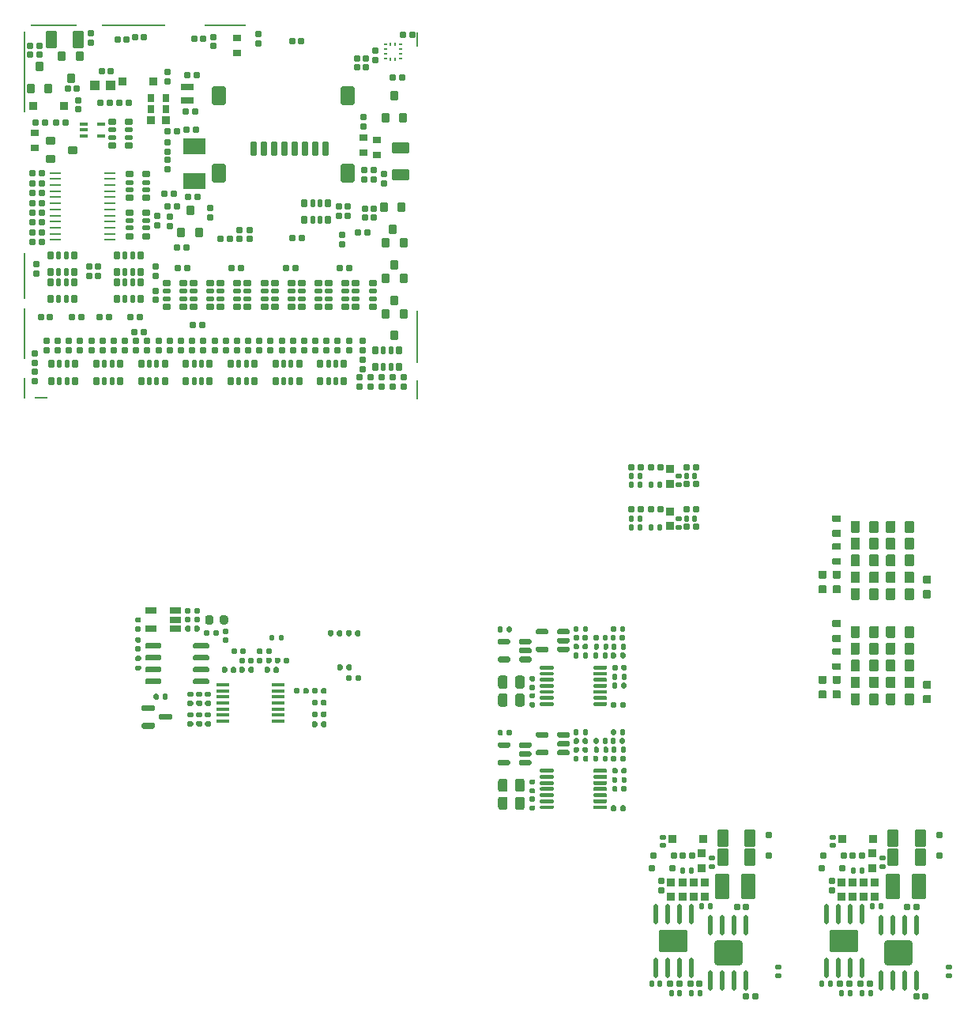
<source format=gbp>
G75*
G70*
%OFA0B0*%
%FSLAX25Y25*%
%IPPOS*%
%LPD*%
%AMOC8*
5,1,8,0,0,1.08239X$1,22.5*
%
%AMM1*
21,1,0.035430,0.030320,0.000000,0.000000,90.000000*
21,1,0.028350,0.037400,0.000000,0.000000,90.000000*
1,1,0.007090,0.015160,0.014170*
1,1,0.007090,0.015160,-0.014170*
1,1,0.007090,-0.015160,-0.014170*
1,1,0.007090,-0.015160,0.014170*
%
%AMM10*
21,1,0.025590,0.026380,0.000000,0.000000,90.000000*
21,1,0.020470,0.031500,0.000000,0.000000,90.000000*
1,1,0.005120,0.013190,0.010240*
1,1,0.005120,0.013190,-0.010240*
1,1,0.005120,-0.013190,-0.010240*
1,1,0.005120,-0.013190,0.010240*
%
%AMM11*
21,1,0.017720,0.027950,0.000000,0.000000,90.000000*
21,1,0.014170,0.031500,0.000000,0.000000,90.000000*
1,1,0.003540,0.013980,0.007090*
1,1,0.003540,0.013980,-0.007090*
1,1,0.003540,-0.013980,-0.007090*
1,1,0.003540,-0.013980,0.007090*
%
%AMM13*
21,1,0.012600,0.028980,0.000000,0.000000,90.000000*
21,1,0.010080,0.031500,0.000000,0.000000,90.000000*
1,1,0.002520,0.014490,0.005040*
1,1,0.002520,0.014490,-0.005040*
1,1,0.002520,-0.014490,-0.005040*
1,1,0.002520,-0.014490,0.005040*
%
%AMM16*
21,1,0.027560,0.018900,0.000000,0.000000,90.000000*
21,1,0.022840,0.023620,0.000000,0.000000,90.000000*
1,1,0.004720,0.009450,0.011420*
1,1,0.004720,0.009450,-0.011420*
1,1,0.004720,-0.009450,-0.011420*
1,1,0.004720,-0.009450,0.011420*
%
%AMM33*
21,1,0.033470,0.026770,0.000000,0.000000,180.000000*
21,1,0.026770,0.033470,0.000000,0.000000,180.000000*
1,1,0.006690,-0.013390,0.013390*
1,1,0.006690,0.013390,0.013390*
1,1,0.006690,0.013390,-0.013390*
1,1,0.006690,-0.013390,-0.013390*
%
%AMM34*
21,1,0.035430,0.030320,0.000000,0.000000,180.000000*
21,1,0.028350,0.037400,0.000000,0.000000,180.000000*
1,1,0.007090,-0.014170,0.015160*
1,1,0.007090,0.014170,0.015160*
1,1,0.007090,0.014170,-0.015160*
1,1,0.007090,-0.014170,-0.015160*
%
%AMM35*
21,1,0.035830,0.026770,0.000000,0.000000,0.000000*
21,1,0.029130,0.033470,0.000000,0.000000,0.000000*
1,1,0.006690,0.014570,-0.013390*
1,1,0.006690,-0.014570,-0.013390*
1,1,0.006690,-0.014570,0.013390*
1,1,0.006690,0.014570,0.013390*
%
%AMM36*
21,1,0.070870,0.036220,0.000000,0.000000,0.000000*
21,1,0.061810,0.045280,0.000000,0.000000,0.000000*
1,1,0.009060,0.030910,-0.018110*
1,1,0.009060,-0.030910,-0.018110*
1,1,0.009060,-0.030910,0.018110*
1,1,0.009060,0.030910,0.018110*
%
%AMM37*
21,1,0.059060,0.020470,0.000000,0.000000,90.000000*
21,1,0.053940,0.025590,0.000000,0.000000,90.000000*
1,1,0.005120,0.010240,0.026970*
1,1,0.005120,0.010240,-0.026970*
1,1,0.005120,-0.010240,-0.026970*
1,1,0.005120,-0.010240,0.026970*
%
%AMM38*
21,1,0.078740,0.045670,0.000000,0.000000,90.000000*
21,1,0.067320,0.057090,0.000000,0.000000,90.000000*
1,1,0.011420,0.022840,0.033660*
1,1,0.011420,0.022840,-0.033660*
1,1,0.011420,-0.022840,-0.033660*
1,1,0.011420,-0.022840,0.033660*
%
%AMM39*
21,1,0.025590,0.026380,0.000000,0.000000,0.000000*
21,1,0.020470,0.031500,0.000000,0.000000,0.000000*
1,1,0.005120,0.010240,-0.013190*
1,1,0.005120,-0.010240,-0.013190*
1,1,0.005120,-0.010240,0.013190*
1,1,0.005120,0.010240,0.013190*
%
%AMM40*
21,1,0.017720,0.027950,0.000000,0.000000,0.000000*
21,1,0.014170,0.031500,0.000000,0.000000,0.000000*
1,1,0.003540,0.007090,-0.013980*
1,1,0.003540,-0.007090,-0.013980*
1,1,0.003540,-0.007090,0.013980*
1,1,0.003540,0.007090,0.013980*
%
%AMM41*
21,1,0.027560,0.030710,0.000000,0.000000,90.000000*
21,1,0.022050,0.036220,0.000000,0.000000,90.000000*
1,1,0.005510,0.015350,0.011020*
1,1,0.005510,0.015350,-0.011020*
1,1,0.005510,-0.015350,-0.011020*
1,1,0.005510,-0.015350,0.011020*
%
%AMM42*
21,1,0.027560,0.049610,0.000000,0.000000,270.000000*
21,1,0.022050,0.055120,0.000000,0.000000,270.000000*
1,1,0.005510,-0.024800,-0.011020*
1,1,0.005510,-0.024800,0.011020*
1,1,0.005510,0.024800,0.011020*
1,1,0.005510,0.024800,-0.011020*
%
%AMM43*
21,1,0.027560,0.030710,0.000000,0.000000,0.000000*
21,1,0.022050,0.036220,0.000000,0.000000,0.000000*
1,1,0.005510,0.011020,-0.015350*
1,1,0.005510,-0.011020,-0.015350*
1,1,0.005510,-0.011020,0.015350*
1,1,0.005510,0.011020,0.015350*
%
%AMM44*
21,1,0.070870,0.036220,0.000000,0.000000,90.000000*
21,1,0.061810,0.045280,0.000000,0.000000,90.000000*
1,1,0.009060,0.018110,0.030910*
1,1,0.009060,0.018110,-0.030910*
1,1,0.009060,-0.018110,-0.030910*
1,1,0.009060,-0.018110,0.030910*
%
%AMM64*
21,1,0.023620,0.018900,0.000000,0.000000,180.000000*
21,1,0.018900,0.023620,0.000000,0.000000,180.000000*
1,1,0.004720,-0.009450,0.009450*
1,1,0.004720,0.009450,0.009450*
1,1,0.004720,0.009450,-0.009450*
1,1,0.004720,-0.009450,-0.009450*
%
%AMM65*
21,1,0.019680,0.019680,0.000000,0.000000,270.000000*
21,1,0.015750,0.023620,0.000000,0.000000,270.000000*
1,1,0.003940,-0.009840,-0.007870*
1,1,0.003940,-0.009840,0.007870*
1,1,0.003940,0.009840,0.007870*
1,1,0.003940,0.009840,-0.007870*
%
%AMM66*
21,1,0.033470,0.026770,0.000000,0.000000,270.000000*
21,1,0.026770,0.033470,0.000000,0.000000,270.000000*
1,1,0.006690,-0.013390,-0.013390*
1,1,0.006690,-0.013390,0.013390*
1,1,0.006690,0.013390,0.013390*
1,1,0.006690,0.013390,-0.013390*
%
%AMM67*
21,1,0.019680,0.019680,0.000000,0.000000,0.000000*
21,1,0.015750,0.023620,0.000000,0.000000,0.000000*
1,1,0.003940,0.007870,-0.009840*
1,1,0.003940,-0.007870,-0.009840*
1,1,0.003940,-0.007870,0.009840*
1,1,0.003940,0.007870,0.009840*
%
%AMM7*
21,1,0.027560,0.018900,0.000000,0.000000,180.000000*
21,1,0.022840,0.023620,0.000000,0.000000,180.000000*
1,1,0.004720,-0.011420,0.009450*
1,1,0.004720,0.011420,0.009450*
1,1,0.004720,0.011420,-0.009450*
1,1,0.004720,-0.011420,-0.009450*
%
%AMM77*
21,1,0.023620,0.018900,0.000000,0.000000,90.000000*
21,1,0.018900,0.023620,0.000000,0.000000,90.000000*
1,1,0.004720,0.009450,0.009450*
1,1,0.004720,0.009450,-0.009450*
1,1,0.004720,-0.009450,-0.009450*
1,1,0.004720,-0.009450,0.009450*
%
%AMM87*
21,1,0.023620,0.018900,0.000000,0.000000,0.000000*
21,1,0.018900,0.023620,0.000000,0.000000,0.000000*
1,1,0.004720,0.009450,-0.009450*
1,1,0.004720,-0.009450,-0.009450*
1,1,0.004720,-0.009450,0.009450*
1,1,0.004720,0.009450,0.009450*
%
%AMM88*
21,1,0.106300,0.050390,0.000000,0.000000,90.000000*
21,1,0.093700,0.062990,0.000000,0.000000,90.000000*
1,1,0.012600,0.025200,0.046850*
1,1,0.012600,0.025200,-0.046850*
1,1,0.012600,-0.025200,-0.046850*
1,1,0.012600,-0.025200,0.046850*
%
%AMM89*
21,1,0.122050,0.075590,0.000000,0.000000,180.000000*
21,1,0.103150,0.094490,0.000000,0.000000,180.000000*
1,1,0.018900,-0.051580,0.037800*
1,1,0.018900,0.051580,0.037800*
1,1,0.018900,0.051580,-0.037800*
1,1,0.018900,-0.051580,-0.037800*
%
%AMM90*
21,1,0.118110,0.083460,0.000000,0.000000,0.000000*
21,1,0.097240,0.104330,0.000000,0.000000,0.000000*
1,1,0.020870,0.048620,-0.041730*
1,1,0.020870,-0.048620,-0.041730*
1,1,0.020870,-0.048620,0.041730*
1,1,0.020870,0.048620,0.041730*
%
%ADD100M16*%
%ADD137M33*%
%ADD138M34*%
%ADD139M35*%
%ADD140R,0.03937X0.04331*%
%ADD141M36*%
%ADD142M37*%
%ADD143M38*%
%ADD145R,0.09449X0.06693*%
%ADD146M39*%
%ADD147M40*%
%ADD148M41*%
%ADD149M42*%
%ADD150M43*%
%ADD151M44*%
%ADD152O,0.04961X0.00984*%
%ADD153R,0.00984X0.01378*%
%ADD154R,0.01378X0.00984*%
%ADD185R,0.05709X0.01772*%
%ADD186R,0.04803X0.02559*%
%ADD204M64*%
%ADD205M65*%
%ADD206M66*%
%ADD207M67*%
%ADD217M77*%
%ADD229M87*%
%ADD230M88*%
%ADD231O,0.01968X0.08661*%
%ADD232M89*%
%ADD233M90*%
%ADD28R,0.26772X0.00787*%
%ADD53R,0.00787X0.09055*%
%ADD54R,0.00787X0.21260*%
%ADD55R,0.00787X0.33858*%
%ADD56R,0.00787X0.19685*%
%ADD57R,0.05512X0.00787*%
%ADD58R,0.19685X0.00787*%
%ADD59R,0.17717X0.00787*%
%ADD60R,0.00787X0.06299*%
%ADD61R,0.00787X0.22441*%
%ADD62R,0.00787X0.07874*%
%ADD79M1*%
%ADD85M7*%
%ADD89M10*%
%ADD90M11*%
%ADD94M13*%
X0000000Y0000000D02*
%LPD*%
G01*
X0147146Y0268012D02*
G01*
G75*
D54*
X0147540Y0295571D02*
D03*
D53*
X0147540Y0272540D02*
D03*
D56*
X0147540Y0319980D02*
D03*
D62*
X0313288Y0271949D02*
D03*
D58*
X0160138Y0425492D02*
D03*
D28*
X0193603Y0425492D02*
D03*
D59*
X0232382Y0425492D02*
D03*
D61*
X0313288Y0294193D02*
D03*
D60*
X0313288Y0419587D02*
D03*
D57*
X0154626Y0268406D02*
D03*
D55*
X0147540Y0405807D02*
D03*
D79*
X0158761Y0369254D02*
D03*
X0168013Y0372994D02*
D03*
D79*
X0158761Y0376735D02*
D03*
D85*
X0295128Y0364469D02*
D03*
X0295128Y0360532D02*
D03*
X0178839Y0319980D02*
D03*
X0178839Y0323917D02*
D03*
X0299508Y0362894D02*
D03*
X0299508Y0358957D02*
D03*
X0175788Y0422146D02*
D03*
X0175788Y0418209D02*
D03*
X0208971Y0344784D02*
D03*
X0208971Y0340847D02*
D03*
X0225876Y0344712D02*
D03*
X0225876Y0348649D02*
D03*
X0203839Y0341240D02*
D03*
X0203839Y0345177D02*
D03*
X0152645Y0324828D02*
D03*
X0152645Y0320891D02*
D03*
X0170374Y0393996D02*
D03*
X0170374Y0390059D02*
D03*
X0149902Y0413091D02*
D03*
X0149902Y0417028D02*
D03*
X0281792Y0337303D02*
D03*
X0281792Y0333366D02*
D03*
X0208170Y0401870D02*
D03*
X0208170Y0405807D02*
D03*
X0238387Y0335433D02*
D03*
X0238387Y0339370D02*
D03*
X0227362Y0416733D02*
D03*
X0227362Y0420669D02*
D03*
X0280217Y0349114D02*
D03*
X0280217Y0345177D02*
D03*
X0284154Y0349114D02*
D03*
X0284154Y0345177D02*
D03*
X0154036Y0413091D02*
D03*
X0154036Y0417028D02*
D03*
X0291044Y0364469D02*
D03*
X0291044Y0360532D02*
D03*
X0290847Y0386910D02*
D03*
X0290847Y0382973D02*
D03*
X0242717Y0335433D02*
D03*
X0242717Y0339370D02*
D03*
X0246359Y0421949D02*
D03*
X0246359Y0418012D02*
D03*
X0208170Y0372343D02*
D03*
X0208170Y0376280D02*
D03*
X0208170Y0368799D02*
D03*
X0208170Y0364862D02*
D03*
X0194784Y0292421D02*
D03*
X0194784Y0288484D02*
D03*
X0199508Y0292421D02*
D03*
X0199508Y0288484D02*
D03*
X0204233Y0292421D02*
D03*
X0204233Y0288484D02*
D03*
X0208957Y0292421D02*
D03*
X0208957Y0288484D02*
D03*
X0293603Y0273130D02*
D03*
X0293603Y0277067D02*
D03*
X0298327Y0277067D02*
D03*
X0298327Y0273130D02*
D03*
X0303051Y0273130D02*
D03*
X0303051Y0277067D02*
D03*
X0307776Y0273130D02*
D03*
X0307776Y0277067D02*
D03*
X0174902Y0319980D02*
D03*
X0174902Y0323917D02*
D03*
X0202855Y0319980D02*
D03*
X0202855Y0323917D02*
D03*
X0171162Y0292421D02*
D03*
X0171162Y0288484D02*
D03*
X0166438Y0292421D02*
D03*
X0166438Y0288484D02*
D03*
X0161713Y0292421D02*
D03*
X0161713Y0288484D02*
D03*
X0156989Y0292421D02*
D03*
X0156989Y0288484D02*
D03*
X0190060Y0292421D02*
D03*
X0190060Y0288484D02*
D03*
X0185335Y0292421D02*
D03*
X0185335Y0288484D02*
D03*
X0180611Y0292421D02*
D03*
X0180611Y0288484D02*
D03*
X0175886Y0292421D02*
D03*
X0175886Y0288484D02*
D03*
X0227855Y0292421D02*
D03*
X0227855Y0288484D02*
D03*
X0223131Y0292421D02*
D03*
X0223131Y0288484D02*
D03*
X0218406Y0292421D02*
D03*
X0218406Y0288484D02*
D03*
X0213682Y0292421D02*
D03*
X0213682Y0288484D02*
D03*
X0246753Y0288484D02*
D03*
X0246753Y0292421D02*
D03*
X0242028Y0292421D02*
D03*
X0242028Y0288484D02*
D03*
X0237304Y0292421D02*
D03*
X0237304Y0288484D02*
D03*
X0232579Y0292421D02*
D03*
X0232579Y0288484D02*
D03*
X0265650Y0292421D02*
D03*
X0265650Y0288484D02*
D03*
X0260926Y0292421D02*
D03*
X0260926Y0288484D02*
D03*
X0256201Y0292421D02*
D03*
X0256201Y0288484D02*
D03*
X0251477Y0292421D02*
D03*
X0251477Y0288484D02*
D03*
X0279823Y0292421D02*
D03*
X0279823Y0288484D02*
D03*
X0275099Y0292421D02*
D03*
X0275099Y0288484D02*
D03*
X0270374Y0292421D02*
D03*
X0270374Y0288484D02*
D03*
X0151870Y0283169D02*
D03*
X0151870Y0287106D02*
D03*
X0288879Y0277067D02*
D03*
X0288879Y0273130D02*
D03*
X0202855Y0309744D02*
D03*
X0202855Y0313681D02*
D03*
X0290453Y0288484D02*
D03*
X0290453Y0292421D02*
D03*
X0151870Y0275492D02*
D03*
X0151870Y0279429D02*
D03*
X0290453Y0284547D02*
D03*
X0290453Y0280610D02*
D03*
X0295571Y0414862D02*
D03*
X0295571Y0410925D02*
D03*
X0284548Y0292421D02*
D03*
X0284548Y0288484D02*
D03*
D89*
X0184548Y0384843D02*
D03*
X0191634Y0384843D02*
D03*
X0191634Y0374803D02*
D03*
X0184548Y0374803D02*
D03*
X0199115Y0336614D02*
D03*
X0192028Y0336614D02*
D03*
X0192028Y0346654D02*
D03*
X0199115Y0346654D02*
D03*
X0199115Y0352756D02*
D03*
X0192028Y0352756D02*
D03*
X0192028Y0362796D02*
D03*
X0199115Y0362796D02*
D03*
X0294587Y0316929D02*
D03*
X0287500Y0316929D02*
D03*
X0287500Y0306890D02*
D03*
X0294587Y0306890D02*
D03*
X0276083Y0306890D02*
D03*
X0283170Y0306890D02*
D03*
X0283170Y0316929D02*
D03*
X0276083Y0316929D02*
D03*
X0226083Y0316929D02*
D03*
X0218997Y0316929D02*
D03*
X0218997Y0306890D02*
D03*
X0226083Y0306890D02*
D03*
X0207579Y0306890D02*
D03*
X0214666Y0306890D02*
D03*
X0214666Y0316929D02*
D03*
X0207579Y0316929D02*
D03*
X0248918Y0316929D02*
D03*
X0241831Y0316929D02*
D03*
X0241831Y0306890D02*
D03*
X0248918Y0306890D02*
D03*
X0230414Y0306890D02*
D03*
X0237501Y0306890D02*
D03*
X0237501Y0316929D02*
D03*
X0230414Y0316929D02*
D03*
X0271753Y0316929D02*
D03*
X0264666Y0316929D02*
D03*
X0264666Y0306890D02*
D03*
X0271753Y0306890D02*
D03*
X0253249Y0306890D02*
D03*
X0260335Y0306890D02*
D03*
X0260335Y0316929D02*
D03*
X0253249Y0316929D02*
D03*
D90*
X0191634Y0378248D02*
D03*
X0191634Y0381398D02*
D03*
X0184548Y0381398D02*
D03*
X0184548Y0378248D02*
D03*
X0192028Y0343209D02*
D03*
X0192028Y0340059D02*
D03*
X0199115Y0340059D02*
D03*
X0199115Y0343209D02*
D03*
X0192028Y0359351D02*
D03*
X0192028Y0356201D02*
D03*
X0199115Y0356201D02*
D03*
X0199115Y0359351D02*
D03*
X0294587Y0313484D02*
D03*
X0294587Y0310335D02*
D03*
X0287500Y0310335D02*
D03*
X0287500Y0313484D02*
D03*
X0276083Y0310335D02*
D03*
X0276083Y0313484D02*
D03*
X0283170Y0313484D02*
D03*
X0283170Y0310335D02*
D03*
X0226083Y0313484D02*
D03*
X0226083Y0310335D02*
D03*
X0218997Y0310335D02*
D03*
X0218997Y0313484D02*
D03*
X0207579Y0310335D02*
D03*
X0207579Y0313484D02*
D03*
X0214666Y0313484D02*
D03*
X0214666Y0310335D02*
D03*
X0248918Y0313484D02*
D03*
X0248918Y0310335D02*
D03*
X0241831Y0310335D02*
D03*
X0241831Y0313484D02*
D03*
X0230414Y0310335D02*
D03*
X0230414Y0313484D02*
D03*
X0237501Y0313484D02*
D03*
X0237501Y0310335D02*
D03*
X0271753Y0313484D02*
D03*
X0271753Y0310335D02*
D03*
X0264666Y0310335D02*
D03*
X0264666Y0313484D02*
D03*
X0253249Y0310335D02*
D03*
X0253249Y0313484D02*
D03*
X0260335Y0313484D02*
D03*
X0260335Y0310335D02*
D03*
D94*
X0172540Y0378839D02*
D03*
X0172540Y0381398D02*
D03*
X0172540Y0383957D02*
D03*
X0180020Y0383957D02*
D03*
X0180020Y0378839D02*
D03*
D100*
X0190847Y0419390D02*
D03*
X0186910Y0419390D02*
D03*
X0306989Y0403642D02*
D03*
X0303051Y0403642D02*
D03*
X0165889Y0398821D02*
D03*
X0169826Y0398821D02*
D03*
X0191634Y0392815D02*
D03*
X0187697Y0392815D02*
D03*
X0179823Y0392815D02*
D03*
X0183760Y0392815D02*
D03*
X0288485Y0338091D02*
D03*
X0292422Y0338091D02*
D03*
X0219193Y0419981D02*
D03*
X0223130Y0419981D02*
D03*
X0287894Y0407776D02*
D03*
X0291831Y0407776D02*
D03*
X0260532Y0418799D02*
D03*
X0264469Y0418799D02*
D03*
X0216056Y0331990D02*
D03*
X0212119Y0331990D02*
D03*
X0206792Y0354626D02*
D03*
X0210729Y0354626D02*
D03*
X0216831Y0353051D02*
D03*
X0220768Y0353051D02*
D03*
X0216044Y0381398D02*
D03*
X0219981Y0381398D02*
D03*
X0311319Y0421555D02*
D03*
X0307382Y0421555D02*
D03*
X0198130Y0420571D02*
D03*
X0194193Y0420571D02*
D03*
X0180217Y0406201D02*
D03*
X0184154Y0406201D02*
D03*
X0291241Y0344390D02*
D03*
X0295178Y0344390D02*
D03*
X0291241Y0348327D02*
D03*
X0295178Y0348327D02*
D03*
X0291831Y0411713D02*
D03*
X0287894Y0411713D02*
D03*
X0264764Y0335827D02*
D03*
X0260827Y0335827D02*
D03*
X0208170Y0381004D02*
D03*
X0212107Y0381004D02*
D03*
X0208170Y0349311D02*
D03*
X0212107Y0349311D02*
D03*
X0216437Y0404626D02*
D03*
X0220374Y0404626D02*
D03*
X0215650Y0389272D02*
D03*
X0219587Y0389272D02*
D03*
X0230512Y0335433D02*
D03*
X0234449Y0335433D02*
D03*
X0284745Y0323130D02*
D03*
X0280808Y0323130D02*
D03*
X0216241Y0323130D02*
D03*
X0212304Y0323130D02*
D03*
X0239075Y0323130D02*
D03*
X0235138Y0323130D02*
D03*
X0261910Y0323130D02*
D03*
X0257973Y0323130D02*
D03*
X0222737Y0299114D02*
D03*
X0218800Y0299114D02*
D03*
X0167685Y0302658D02*
D03*
X0171622Y0302658D02*
D03*
X0158496Y0302658D02*
D03*
X0154559Y0302658D02*
D03*
X0192489Y0302658D02*
D03*
X0196426Y0302658D02*
D03*
X0183300Y0302658D02*
D03*
X0179363Y0302658D02*
D03*
X0156398Y0384547D02*
D03*
X0152461Y0384547D02*
D03*
X0160926Y0384547D02*
D03*
X0164863Y0384547D02*
D03*
X0197934Y0296358D02*
D03*
X0193997Y0296358D02*
D03*
X0151083Y0334154D02*
D03*
X0155020Y0334154D02*
D03*
X0151083Y0346555D02*
D03*
X0155020Y0346555D02*
D03*
X0151083Y0350689D02*
D03*
X0155020Y0350689D02*
D03*
X0151083Y0358957D02*
D03*
X0155020Y0358957D02*
D03*
X0151083Y0354823D02*
D03*
X0155020Y0354823D02*
D03*
X0151083Y0363091D02*
D03*
X0155020Y0363091D02*
D03*
X0151083Y0342422D02*
D03*
X0155020Y0342422D02*
D03*
X0151083Y0338288D02*
D03*
X0155020Y0338288D02*
D03*
D137*
X0201123Y0385532D02*
D03*
X0207343Y0385532D02*
D03*
D138*
X0303726Y0395883D02*
D03*
X0307466Y0386631D02*
D03*
X0221297Y0338132D02*
D03*
X0217557Y0347384D02*
D03*
X0157776Y0398996D02*
D03*
X0154036Y0408248D02*
D03*
X0163485Y0412421D02*
D03*
X0167225Y0403170D02*
D03*
X0300099Y0304036D02*
D03*
X0303839Y0294784D02*
D03*
X0303839Y0309679D02*
D03*
X0300099Y0318931D02*
D03*
X0300099Y0333826D02*
D03*
X0303839Y0324574D02*
D03*
X0299312Y0348721D02*
D03*
X0303052Y0339469D02*
D03*
D138*
X0299986Y0386631D02*
D03*
X0213817Y0338132D02*
D03*
X0150296Y0398996D02*
D03*
X0170965Y0412422D02*
D03*
X0307579Y0304036D02*
D03*
X0307579Y0318931D02*
D03*
X0307579Y0333826D02*
D03*
X0306792Y0348721D02*
D03*
D139*
X0151477Y0391634D02*
D03*
X0164469Y0391634D02*
D03*
X0188878Y0401870D02*
D03*
X0201871Y0401870D02*
D03*
D140*
X0183957Y0400295D02*
D03*
X0177264Y0400295D02*
D03*
D141*
X0306201Y0362500D02*
D03*
X0306201Y0373917D02*
D03*
D142*
X0244272Y0373536D02*
D03*
X0248603Y0373536D02*
D03*
X0252934Y0373536D02*
D03*
X0257264Y0373536D02*
D03*
X0261595Y0373536D02*
D03*
X0265926Y0373536D02*
D03*
X0270257Y0373536D02*
D03*
X0274587Y0373536D02*
D03*
D143*
X0283957Y0363300D02*
D03*
X0283957Y0395977D02*
D03*
X0229824Y0395977D02*
D03*
X0229824Y0363300D02*
D03*
D145*
X0219194Y0374508D02*
D03*
X0219194Y0359941D02*
D03*
D146*
X0265749Y0350689D02*
D03*
X0265749Y0343603D02*
D03*
X0275788Y0343603D02*
D03*
X0275788Y0350689D02*
D03*
X0196851Y0275689D02*
D03*
X0196851Y0282776D02*
D03*
X0206890Y0282776D02*
D03*
X0206890Y0275689D02*
D03*
X0168701Y0310138D02*
D03*
X0168701Y0317225D02*
D03*
X0158662Y0317225D02*
D03*
X0158662Y0310138D02*
D03*
X0158662Y0328642D02*
D03*
X0158662Y0321555D02*
D03*
X0168701Y0321555D02*
D03*
X0168701Y0328642D02*
D03*
X0196654Y0310138D02*
D03*
X0196654Y0317225D02*
D03*
X0186615Y0317225D02*
D03*
X0186615Y0310138D02*
D03*
X0186615Y0328642D02*
D03*
X0186615Y0321555D02*
D03*
X0196654Y0321555D02*
D03*
X0196654Y0328642D02*
D03*
X0159056Y0275689D02*
D03*
X0159056Y0282776D02*
D03*
X0169095Y0282776D02*
D03*
X0169095Y0275689D02*
D03*
X0177953Y0275689D02*
D03*
X0177953Y0282776D02*
D03*
X0187992Y0282776D02*
D03*
X0187992Y0275689D02*
D03*
X0215748Y0275689D02*
D03*
X0215748Y0282776D02*
D03*
X0225788Y0282776D02*
D03*
X0225788Y0275689D02*
D03*
X0234646Y0275689D02*
D03*
X0234646Y0282776D02*
D03*
X0244686Y0282776D02*
D03*
X0244686Y0275689D02*
D03*
X0253544Y0275689D02*
D03*
X0253544Y0282776D02*
D03*
X0263583Y0282776D02*
D03*
X0263583Y0275689D02*
D03*
X0272441Y0275689D02*
D03*
X0272441Y0282776D02*
D03*
X0282481Y0282776D02*
D03*
X0282481Y0275689D02*
D03*
X0305709Y0281398D02*
D03*
X0305709Y0288484D02*
D03*
X0295670Y0288484D02*
D03*
X0295670Y0281398D02*
D03*
D147*
X0269193Y0350689D02*
D03*
X0272343Y0350689D02*
D03*
X0272343Y0343603D02*
D03*
X0269193Y0343603D02*
D03*
X0203445Y0282776D02*
D03*
X0200296Y0282776D02*
D03*
X0200296Y0275689D02*
D03*
X0203445Y0275689D02*
D03*
X0165256Y0310138D02*
D03*
X0162107Y0310138D02*
D03*
X0162107Y0317225D02*
D03*
X0165256Y0317225D02*
D03*
X0162107Y0328642D02*
D03*
X0165256Y0328642D02*
D03*
X0165256Y0321555D02*
D03*
X0162107Y0321555D02*
D03*
X0193209Y0310138D02*
D03*
X0190059Y0310138D02*
D03*
X0190059Y0317225D02*
D03*
X0193209Y0317225D02*
D03*
X0190060Y0328642D02*
D03*
X0193209Y0328642D02*
D03*
X0193209Y0321555D02*
D03*
X0190060Y0321555D02*
D03*
X0165650Y0282776D02*
D03*
X0162501Y0282776D02*
D03*
X0162501Y0275689D02*
D03*
X0165650Y0275689D02*
D03*
X0184548Y0282776D02*
D03*
X0181398Y0282776D02*
D03*
X0181398Y0275689D02*
D03*
X0184548Y0275689D02*
D03*
X0222343Y0282776D02*
D03*
X0219193Y0282776D02*
D03*
X0219193Y0275689D02*
D03*
X0222343Y0275689D02*
D03*
X0241241Y0282776D02*
D03*
X0238091Y0282776D02*
D03*
X0238091Y0275689D02*
D03*
X0241241Y0275689D02*
D03*
X0260138Y0282776D02*
D03*
X0256989Y0282776D02*
D03*
X0256989Y0275689D02*
D03*
X0260138Y0275689D02*
D03*
X0279036Y0282776D02*
D03*
X0275886Y0282776D02*
D03*
X0275886Y0275689D02*
D03*
X0279036Y0275689D02*
D03*
X0302264Y0281398D02*
D03*
X0299115Y0281398D02*
D03*
X0299115Y0288484D02*
D03*
X0302264Y0288484D02*
D03*
D148*
X0290847Y0378248D02*
D03*
X0290847Y0371949D02*
D03*
X0237205Y0413977D02*
D03*
X0237205Y0420276D02*
D03*
X0151871Y0380217D02*
D03*
X0151871Y0373917D02*
D03*
X0296359Y0370768D02*
D03*
X0296359Y0377067D02*
D03*
D149*
X0216437Y0399705D02*
D03*
X0216437Y0393799D02*
D03*
D150*
X0207383Y0394784D02*
D03*
X0201083Y0394784D02*
D03*
X0207383Y0390158D02*
D03*
X0201083Y0390158D02*
D03*
D151*
X0158957Y0419390D02*
D03*
X0170374Y0419390D02*
D03*
D152*
X0160768Y0335138D02*
D03*
X0160768Y0337697D02*
D03*
X0160768Y0340256D02*
D03*
X0160768Y0342815D02*
D03*
X0160768Y0345374D02*
D03*
X0160768Y0347933D02*
D03*
X0160768Y0350492D02*
D03*
X0160768Y0353051D02*
D03*
X0160768Y0355610D02*
D03*
X0160768Y0358170D02*
D03*
X0160768Y0360728D02*
D03*
X0160768Y0363288D02*
D03*
X0183761Y0335138D02*
D03*
X0183761Y0337697D02*
D03*
X0183761Y0340256D02*
D03*
X0183761Y0342815D02*
D03*
X0183761Y0345374D02*
D03*
X0183761Y0347933D02*
D03*
X0183761Y0350492D02*
D03*
X0183761Y0353051D02*
D03*
X0183761Y0355610D02*
D03*
X0183761Y0358170D02*
D03*
X0183761Y0360728D02*
D03*
X0183761Y0363288D02*
D03*
D153*
X0304036Y0411319D02*
D03*
X0302068Y0411319D02*
D03*
X0302068Y0417618D02*
D03*
X0304036Y0417618D02*
D03*
D154*
X0299902Y0411516D02*
D03*
X0299902Y0413485D02*
D03*
X0299902Y0415453D02*
D03*
X0299902Y0417421D02*
D03*
X0306202Y0411516D02*
D03*
X0306202Y0417421D02*
D03*
X0306202Y0413485D02*
D03*
X0306202Y0415453D02*
D03*
X0481201Y0181004D02*
%LPD*%
G01*
G36*
G01*
X0491831Y0198169D02*
X0488760Y0198169D01*
G75*
G02*
X0488484Y0198445I0000000J0000276D01*
G01*
X0488484Y0200650D01*
G75*
G02*
X0488760Y0200925I0000276J0000000D01*
G01*
X0491831Y0200925D01*
G75*
G02*
X0492107Y0200650I0000000J-000276D01*
G01*
X0492107Y0198445D01*
G75*
G02*
X0491831Y0198169I-000276J0000000D01*
G01*
G37*
G36*
G01*
X0491831Y0204469D02*
X0488760Y0204469D01*
G75*
G02*
X0488484Y0204744I0000000J0000276D01*
G01*
X0488484Y0206949D01*
G75*
G02*
X0488760Y0207224I0000276J0000000D01*
G01*
X0491831Y0207224D01*
G75*
G02*
X0492107Y0206949I0000000J-000276D01*
G01*
X0492107Y0204744D01*
G75*
G02*
X0491831Y0204469I-000276J0000000D01*
G01*
G37*
G36*
G01*
X0488760Y0219035D02*
X0491831Y0219035D01*
G75*
G02*
X0492107Y0218760I0000000J-000276D01*
G01*
X0492107Y0216555D01*
G75*
G02*
X0491831Y0216280I-000276J0000000D01*
G01*
X0488760Y0216280D01*
G75*
G02*
X0488484Y0216555I0000000J0000276D01*
G01*
X0488484Y0218760D01*
G75*
G02*
X0488760Y0219035I0000276J0000000D01*
G01*
G37*
G36*
G01*
X0488760Y0212736D02*
X0491831Y0212736D01*
G75*
G02*
X0492107Y0212461I0000000J-000276D01*
G01*
X0492107Y0210256D01*
G75*
G02*
X0491831Y0209980I-000276J0000000D01*
G01*
X0488760Y0209980D01*
G75*
G02*
X0488484Y0210256I0000000J0000276D01*
G01*
X0488484Y0212461D01*
G75*
G02*
X0488760Y0212736I0000276J0000000D01*
G01*
G37*
G36*
G01*
X0508012Y0216181D02*
X0508012Y0212047D01*
G75*
G02*
X0507618Y0211654I-000394J0000000D01*
G01*
X0504469Y0211654D01*
G75*
G02*
X0504075Y0212047I0000000J0000394D01*
G01*
X0504075Y0216181D01*
G75*
G02*
X0504469Y0216575I0000394J0000000D01*
G01*
X0507618Y0216575D01*
G75*
G02*
X0508012Y0216181I0000000J-000394D01*
G01*
G37*
G36*
G01*
X0500138Y0216181D02*
X0500138Y0212047D01*
G75*
G02*
X0499744Y0211654I-000394J0000000D01*
G01*
X0496595Y0211654D01*
G75*
G02*
X0496201Y0212047I0000000J0000394D01*
G01*
X0496201Y0216181D01*
G75*
G02*
X0496595Y0216575I0000394J0000000D01*
G01*
X0499744Y0216575D01*
G75*
G02*
X0500138Y0216181I0000000J-000394D01*
G01*
G37*
G36*
G01*
X0511162Y0197874D02*
X0511162Y0202008D01*
G75*
G02*
X0511555Y0202402I0000394J0000000D01*
G01*
X0514705Y0202402D01*
G75*
G02*
X0515099Y0202008I0000000J-000394D01*
G01*
X0515099Y0197874D01*
G75*
G02*
X0514705Y0197480I-000394J0000000D01*
G01*
X0511555Y0197480D01*
G75*
G02*
X0511162Y0197874I0000000J0000394D01*
G01*
G37*
G36*
G01*
X0519036Y0197874D02*
X0519036Y0202008D01*
G75*
G02*
X0519429Y0202402I0000394J0000000D01*
G01*
X0522579Y0202402D01*
G75*
G02*
X0522973Y0202008I0000000J-000394D01*
G01*
X0522973Y0197874D01*
G75*
G02*
X0522579Y0197480I-000394J0000000D01*
G01*
X0519429Y0197480D01*
G75*
G02*
X0519036Y0197874I0000000J0000394D01*
G01*
G37*
G36*
G01*
X0483051Y0195669D02*
X0485729Y0195669D01*
G75*
G02*
X0486063Y0195335I0000000J-000335D01*
G01*
X0486063Y0192658D01*
G75*
G02*
X0485729Y0192323I-000335J0000000D01*
G01*
X0483051Y0192323D01*
G75*
G02*
X0482717Y0192658I0000000J0000335D01*
G01*
X0482717Y0195335D01*
G75*
G02*
X0483051Y0195669I0000335J0000000D01*
G01*
G37*
G36*
G01*
X0483051Y0189449D02*
X0485729Y0189449D01*
G75*
G02*
X0486063Y0189114I0000000J-000335D01*
G01*
X0486063Y0186437D01*
G75*
G02*
X0485729Y0186102I-000335J0000000D01*
G01*
X0483051Y0186102D01*
G75*
G02*
X0482717Y0186437I0000000J0000335D01*
G01*
X0482717Y0189114D01*
G75*
G02*
X0483051Y0189449I0000335J0000000D01*
G01*
G37*
G36*
G01*
X0527146Y0193602D02*
X0529823Y0193602D01*
G75*
G02*
X0530158Y0193268I0000000J-000335D01*
G01*
X0530158Y0190591D01*
G75*
G02*
X0529823Y0190256I-000335J0000000D01*
G01*
X0527146Y0190256D01*
G75*
G02*
X0526811Y0190591I0000000J0000335D01*
G01*
X0526811Y0193268D01*
G75*
G02*
X0527146Y0193602I0000335J0000000D01*
G01*
G37*
G36*
G01*
X0527146Y0187382D02*
X0529823Y0187382D01*
G75*
G02*
X0530158Y0187047I0000000J-000335D01*
G01*
X0530158Y0184370D01*
G75*
G02*
X0529823Y0184035I-000335J0000000D01*
G01*
X0527146Y0184035D01*
G75*
G02*
X0526811Y0184370I0000000J0000335D01*
G01*
X0526811Y0187047D01*
G75*
G02*
X0527146Y0187382I0000335J0000000D01*
G01*
G37*
G36*
G01*
X0508012Y0209095D02*
X0508012Y0204961D01*
G75*
G02*
X0507618Y0204567I-000394J0000000D01*
G01*
X0504469Y0204567D01*
G75*
G02*
X0504075Y0204961I0000000J0000394D01*
G01*
X0504075Y0209095D01*
G75*
G02*
X0504469Y0209488I0000394J0000000D01*
G01*
X0507618Y0209488D01*
G75*
G02*
X0508012Y0209095I0000000J-000394D01*
G01*
G37*
G36*
G01*
X0500138Y0209095D02*
X0500138Y0204961D01*
G75*
G02*
X0499744Y0204567I-000394J0000000D01*
G01*
X0496595Y0204567D01*
G75*
G02*
X0496201Y0204961I0000000J0000394D01*
G01*
X0496201Y0209095D01*
G75*
G02*
X0496595Y0209488I0000394J0000000D01*
G01*
X0499744Y0209488D01*
G75*
G02*
X0500138Y0209095I0000000J-000394D01*
G01*
G37*
G36*
G01*
X0511162Y0204961D02*
X0511162Y0209095D01*
G75*
G02*
X0511555Y0209488I0000394J0000000D01*
G01*
X0514705Y0209488D01*
G75*
G02*
X0515099Y0209095I0000000J-000394D01*
G01*
X0515099Y0204961D01*
G75*
G02*
X0514705Y0204567I-000394J0000000D01*
G01*
X0511555Y0204567D01*
G75*
G02*
X0511162Y0204961I0000000J0000394D01*
G01*
G37*
G36*
G01*
X0519036Y0204961D02*
X0519036Y0209095D01*
G75*
G02*
X0519429Y0209488I0000394J0000000D01*
G01*
X0522579Y0209488D01*
G75*
G02*
X0522973Y0209095I0000000J-000394D01*
G01*
X0522973Y0204961D01*
G75*
G02*
X0522579Y0204567I-000394J0000000D01*
G01*
X0519429Y0204567D01*
G75*
G02*
X0519036Y0204961I0000000J0000394D01*
G01*
G37*
G36*
G01*
X0508012Y0194921D02*
X0508012Y0190787D01*
G75*
G02*
X0507618Y0190394I-000394J0000000D01*
G01*
X0504469Y0190394D01*
G75*
G02*
X0504075Y0190787I0000000J0000394D01*
G01*
X0504075Y0194921D01*
G75*
G02*
X0504469Y0195315I0000394J0000000D01*
G01*
X0507618Y0195315D01*
G75*
G02*
X0508012Y0194921I0000000J-000394D01*
G01*
G37*
G36*
G01*
X0500138Y0194921D02*
X0500138Y0190787D01*
G75*
G02*
X0499744Y0190394I-000394J0000000D01*
G01*
X0496595Y0190394D01*
G75*
G02*
X0496201Y0190787I0000000J0000394D01*
G01*
X0496201Y0194921D01*
G75*
G02*
X0496595Y0195315I0000394J0000000D01*
G01*
X0499744Y0195315D01*
G75*
G02*
X0500138Y0194921I0000000J-000394D01*
G01*
G37*
G36*
G01*
X0511162Y0183701D02*
X0511162Y0187835D01*
G75*
G02*
X0511555Y0188228I0000394J0000000D01*
G01*
X0514705Y0188228D01*
G75*
G02*
X0515099Y0187835I0000000J-000394D01*
G01*
X0515099Y0183701D01*
G75*
G02*
X0514705Y0183307I-000394J0000000D01*
G01*
X0511555Y0183307D01*
G75*
G02*
X0511162Y0183701I0000000J0000394D01*
G01*
G37*
G36*
G01*
X0519036Y0183701D02*
X0519036Y0187835D01*
G75*
G02*
X0519429Y0188228I0000394J0000000D01*
G01*
X0522579Y0188228D01*
G75*
G02*
X0522973Y0187835I0000000J-000394D01*
G01*
X0522973Y0183701D01*
G75*
G02*
X0522579Y0183307I-000394J0000000D01*
G01*
X0519429Y0183307D01*
G75*
G02*
X0519036Y0183701I0000000J0000394D01*
G01*
G37*
G36*
G01*
X0488957Y0195669D02*
X0491634Y0195669D01*
G75*
G02*
X0491969Y0195335I0000000J-000335D01*
G01*
X0491969Y0192658D01*
G75*
G02*
X0491634Y0192323I-000335J0000000D01*
G01*
X0488957Y0192323D01*
G75*
G02*
X0488622Y0192658I0000000J0000335D01*
G01*
X0488622Y0195335D01*
G75*
G02*
X0488957Y0195669I0000335J0000000D01*
G01*
G37*
G36*
G01*
X0488957Y0189449D02*
X0491634Y0189449D01*
G75*
G02*
X0491969Y0189114I0000000J-000335D01*
G01*
X0491969Y0186437D01*
G75*
G02*
X0491634Y0186102I-000335J0000000D01*
G01*
X0488957Y0186102D01*
G75*
G02*
X0488622Y0186437I0000000J0000335D01*
G01*
X0488622Y0189114D01*
G75*
G02*
X0488957Y0189449I0000335J0000000D01*
G01*
G37*
G36*
G01*
X0508012Y0187835D02*
X0508012Y0183701D01*
G75*
G02*
X0507618Y0183307I-000394J0000000D01*
G01*
X0504469Y0183307D01*
G75*
G02*
X0504075Y0183701I0000000J0000394D01*
G01*
X0504075Y0187835D01*
G75*
G02*
X0504469Y0188228I0000394J0000000D01*
G01*
X0507618Y0188228D01*
G75*
G02*
X0508012Y0187835I0000000J-000394D01*
G01*
G37*
G36*
G01*
X0500138Y0187835D02*
X0500138Y0183701D01*
G75*
G02*
X0499744Y0183307I-000394J0000000D01*
G01*
X0496595Y0183307D01*
G75*
G02*
X0496201Y0183701I0000000J0000394D01*
G01*
X0496201Y0187835D01*
G75*
G02*
X0496595Y0188228I0000394J0000000D01*
G01*
X0499744Y0188228D01*
G75*
G02*
X0500138Y0187835I0000000J-000394D01*
G01*
G37*
G36*
G01*
X0511162Y0190787D02*
X0511162Y0194921D01*
G75*
G02*
X0511555Y0195315I0000394J0000000D01*
G01*
X0514705Y0195315D01*
G75*
G02*
X0515099Y0194921I0000000J-000394D01*
G01*
X0515099Y0190787D01*
G75*
G02*
X0514705Y0190394I-000394J0000000D01*
G01*
X0511555Y0190394D01*
G75*
G02*
X0511162Y0190787I0000000J0000394D01*
G01*
G37*
G36*
G01*
X0519036Y0190787D02*
X0519036Y0194921D01*
G75*
G02*
X0519429Y0195315I0000394J0000000D01*
G01*
X0522579Y0195315D01*
G75*
G02*
X0522973Y0194921I0000000J-000394D01*
G01*
X0522973Y0190787D01*
G75*
G02*
X0522579Y0190394I-000394J0000000D01*
G01*
X0519429Y0190394D01*
G75*
G02*
X0519036Y0190787I0000000J0000394D01*
G01*
G37*
G36*
G01*
X0511162Y0212047D02*
X0511162Y0216181D01*
G75*
G02*
X0511555Y0216575I0000394J0000000D01*
G01*
X0514705Y0216575D01*
G75*
G02*
X0515099Y0216181I0000000J-000394D01*
G01*
X0515099Y0212047D01*
G75*
G02*
X0514705Y0211654I-000394J0000000D01*
G01*
X0511555Y0211654D01*
G75*
G02*
X0511162Y0212047I0000000J0000394D01*
G01*
G37*
G36*
G01*
X0519036Y0212047D02*
X0519036Y0216181D01*
G75*
G02*
X0519429Y0216575I0000394J0000000D01*
G01*
X0522579Y0216575D01*
G75*
G02*
X0522973Y0216181I0000000J-000394D01*
G01*
X0522973Y0212047D01*
G75*
G02*
X0522579Y0211654I-000394J0000000D01*
G01*
X0519429Y0211654D01*
G75*
G02*
X0519036Y0212047I0000000J0000394D01*
G01*
G37*
G36*
G01*
X0508012Y0202008D02*
X0508012Y0197874D01*
G75*
G02*
X0507618Y0197480I-000394J0000000D01*
G01*
X0504469Y0197480D01*
G75*
G02*
X0504075Y0197874I0000000J0000394D01*
G01*
X0504075Y0202008D01*
G75*
G02*
X0504469Y0202402I0000394J0000000D01*
G01*
X0507618Y0202402D01*
G75*
G02*
X0508012Y0202008I0000000J-000394D01*
G01*
G37*
G36*
G01*
X0500138Y0202008D02*
X0500138Y0197874D01*
G75*
G02*
X0499744Y0197480I-000394J0000000D01*
G01*
X0496595Y0197480D01*
G75*
G02*
X0496201Y0197874I0000000J0000394D01*
G01*
X0496201Y0202008D01*
G75*
G02*
X0496595Y0202402I0000394J0000000D01*
G01*
X0499744Y0202402D01*
G75*
G02*
X0500138Y0202008I0000000J-000394D01*
G01*
G37*
X0189272Y0127067D02*
%LPD*%
G01*
G36*
G01*
X0268977Y0134426D02*
X0268977Y0135784D01*
G75*
G02*
X0269557Y0136365I0000581J0000000D01*
G01*
X0270719Y0136365D01*
G75*
G02*
X0271300Y0135784I0000000J-000581D01*
G01*
X0271300Y0134426D01*
G75*
G02*
X0270719Y0133845I-000581J0000000D01*
G01*
X0269557Y0133845D01*
G75*
G02*
X0268977Y0134426I0000000J0000581D01*
G01*
G37*
G36*
G01*
X0272796Y0134426D02*
X0272796Y0135784D01*
G75*
G02*
X0273376Y0136365I0000581J0000000D01*
G01*
X0274538Y0136365D01*
G75*
G02*
X0275118Y0135784I0000000J-000581D01*
G01*
X0275118Y0134426D01*
G75*
G02*
X0274538Y0133845I-000581J0000000D01*
G01*
X0273376Y0133845D01*
G75*
G02*
X0272796Y0134426I0000000J0000581D01*
G01*
G37*
G36*
G01*
X0283445Y0149715D02*
X0283445Y0151073D01*
G75*
G02*
X0284026Y0151654I0000581J0000000D01*
G01*
X0285187Y0151654D01*
G75*
G02*
X0285768Y0151073I0000000J-000581D01*
G01*
X0285768Y0149715D01*
G75*
G02*
X0285187Y0149134I-000581J0000000D01*
G01*
X0284026Y0149134D01*
G75*
G02*
X0283445Y0149715I0000000J0000581D01*
G01*
G37*
G36*
G01*
X0287264Y0149715D02*
X0287264Y0151073D01*
G75*
G02*
X0287845Y0151654I0000581J0000000D01*
G01*
X0289006Y0151654D01*
G75*
G02*
X0289587Y0151073I0000000J-000581D01*
G01*
X0289587Y0149715D01*
G75*
G02*
X0289006Y0149134I-000581J0000000D01*
G01*
X0287845Y0149134D01*
G75*
G02*
X0287264Y0149715I0000000J0000581D01*
G01*
G37*
G36*
G01*
X0233563Y0175911D02*
X0233563Y0173893D01*
G75*
G02*
X0232702Y0173032I-000861J0000000D01*
G01*
X0230980Y0173032D01*
G75*
G02*
X0230118Y0173893I0000000J0000861D01*
G01*
X0230118Y0175911D01*
G75*
G02*
X0230980Y0176772I0000861J0000000D01*
G01*
X0232702Y0176772D01*
G75*
G02*
X0233563Y0175911I0000000J-000861D01*
G01*
G37*
G36*
G01*
X0227363Y0175911D02*
X0227363Y0173893D01*
G75*
G02*
X0226501Y0173032I-000861J0000000D01*
G01*
X0224779Y0173032D01*
G75*
G02*
X0223918Y0173893I0000000J0000861D01*
G01*
X0223918Y0175911D01*
G75*
G02*
X0224779Y0176772I0000861J0000000D01*
G01*
X0226501Y0176772D01*
G75*
G02*
X0227363Y0175911I0000000J-000861D01*
G01*
G37*
G36*
G01*
X0275118Y0131585D02*
X0275118Y0130226D01*
G75*
G02*
X0274538Y0129646I-000581J0000000D01*
G01*
X0273376Y0129646D01*
G75*
G02*
X0272796Y0130226I0000000J0000581D01*
G01*
X0272796Y0131585D01*
G75*
G02*
X0273376Y0132165I0000581J0000000D01*
G01*
X0274538Y0132165D01*
G75*
G02*
X0275118Y0131585I0000000J-000581D01*
G01*
G37*
G36*
G01*
X0271300Y0131585D02*
X0271300Y0130226D01*
G75*
G02*
X0270719Y0129646I-000581J0000000D01*
G01*
X0269557Y0129646D01*
G75*
G02*
X0268977Y0130226I0000000J0000581D01*
G01*
X0268977Y0131585D01*
G75*
G02*
X0269557Y0132165I0000581J0000000D01*
G01*
X0270719Y0132165D01*
G75*
G02*
X0271300Y0131585I0000000J-000581D01*
G01*
G37*
G36*
G01*
X0215417Y0170581D02*
X0215417Y0171939D01*
G75*
G02*
X0215997Y0172520I0000581J0000000D01*
G01*
X0217159Y0172520D01*
G75*
G02*
X0217739Y0171939I0000000J-000581D01*
G01*
X0217739Y0170581D01*
G75*
G02*
X0217159Y0170000I-000581J0000000D01*
G01*
X0215997Y0170000D01*
G75*
G02*
X0215417Y0170581I0000000J0000581D01*
G01*
G37*
G36*
G01*
X0219235Y0170581D02*
X0219235Y0171939D01*
G75*
G02*
X0219816Y0172520I0000581J0000000D01*
G01*
X0220978Y0172520D01*
G75*
G02*
X0221558Y0171939I0000000J-000581D01*
G01*
X0221558Y0170581D01*
G75*
G02*
X0220978Y0170000I-000581J0000000D01*
G01*
X0219816Y0170000D01*
G75*
G02*
X0219235Y0170581I0000000J0000581D01*
G01*
G37*
G36*
G01*
X0223504Y0168711D02*
X0223504Y0170069D01*
G75*
G02*
X0224085Y0170650I0000581J0000000D01*
G01*
X0225246Y0170650D01*
G75*
G02*
X0225827Y0170069I0000000J-000581D01*
G01*
X0225827Y0168711D01*
G75*
G02*
X0225246Y0168130I-000581J0000000D01*
G01*
X0224085Y0168130D01*
G75*
G02*
X0223504Y0168711I0000000J0000581D01*
G01*
G37*
G36*
G01*
X0227323Y0168711D02*
X0227323Y0170069D01*
G75*
G02*
X0227904Y0170650I0000581J0000000D01*
G01*
X0229065Y0170650D01*
G75*
G02*
X0229646Y0170069I0000000J-000581D01*
G01*
X0229646Y0168711D01*
G75*
G02*
X0229065Y0168130I-000581J0000000D01*
G01*
X0227904Y0168130D01*
G75*
G02*
X0227323Y0168711I0000000J0000581D01*
G01*
G37*
G36*
G01*
X0194892Y0176043D02*
X0196250Y0176043D01*
G75*
G02*
X0196831Y0175463I0000000J-000581D01*
G01*
X0196831Y0174301D01*
G75*
G02*
X0196250Y0173721I-000581J0000000D01*
G01*
X0194892Y0173721D01*
G75*
G02*
X0194311Y0174301I0000000J0000581D01*
G01*
X0194311Y0175463D01*
G75*
G02*
X0194892Y0176043I0000581J0000000D01*
G01*
G37*
G36*
G01*
X0194892Y0172224D02*
X0196250Y0172224D01*
G75*
G02*
X0196831Y0171644I0000000J-000581D01*
G01*
X0196831Y0170482D01*
G75*
G02*
X0196250Y0169902I-000581J0000000D01*
G01*
X0194892Y0169902D01*
G75*
G02*
X0194311Y0170482I0000000J0000581D01*
G01*
X0194311Y0171644D01*
G75*
G02*
X0194892Y0172224I0000581J0000000D01*
G01*
G37*
G36*
G01*
X0244410Y0158455D02*
X0244410Y0157097D01*
G75*
G02*
X0243829Y0156516I-000581J0000000D01*
G01*
X0242668Y0156516D01*
G75*
G02*
X0242087Y0157097I0000000J0000581D01*
G01*
X0242087Y0158455D01*
G75*
G02*
X0242668Y0159036I0000581J0000000D01*
G01*
X0243829Y0159036D01*
G75*
G02*
X0244410Y0158455I0000000J-000581D01*
G01*
G37*
G36*
G01*
X0240591Y0158455D02*
X0240591Y0157097D01*
G75*
G02*
X0240010Y0156516I-000581J0000000D01*
G01*
X0238849Y0156516D01*
G75*
G02*
X0238268Y0157097I0000000J0000581D01*
G01*
X0238268Y0158455D01*
G75*
G02*
X0238849Y0159036I0000581J0000000D01*
G01*
X0240010Y0159036D01*
G75*
G02*
X0240591Y0158455I0000000J-000581D01*
G01*
G37*
G36*
G01*
X0238268Y0153160D02*
X0238268Y0154518D01*
G75*
G02*
X0238849Y0155098I0000581J0000000D01*
G01*
X0240010Y0155098D01*
G75*
G02*
X0240591Y0154518I0000000J-000581D01*
G01*
X0240591Y0153160D01*
G75*
G02*
X0240010Y0152579I-000581J0000000D01*
G01*
X0238849Y0152579D01*
G75*
G02*
X0238268Y0153160I0000000J0000581D01*
G01*
G37*
G36*
G01*
X0242087Y0153160D02*
X0242087Y0154518D01*
G75*
G02*
X0242668Y0155098I0000581J0000000D01*
G01*
X0243829Y0155098D01*
G75*
G02*
X0244410Y0154518I0000000J-000581D01*
G01*
X0244410Y0153160D01*
G75*
G02*
X0243829Y0152579I-000581J0000000D01*
G01*
X0242668Y0152579D01*
G75*
G02*
X0242087Y0153160I0000000J0000581D01*
G01*
G37*
G36*
G01*
X0285748Y0155600D02*
X0285748Y0154242D01*
G75*
G02*
X0285168Y0153661I-000581J0000000D01*
G01*
X0284006Y0153661D01*
G75*
G02*
X0283426Y0154242I0000000J0000581D01*
G01*
X0283426Y0155600D01*
G75*
G02*
X0284006Y0156181I0000581J0000000D01*
G01*
X0285168Y0156181D01*
G75*
G02*
X0285748Y0155600I0000000J-000581D01*
G01*
G37*
G36*
G01*
X0281929Y0155600D02*
X0281929Y0154242D01*
G75*
G02*
X0281349Y0153661I-000581J0000000D01*
G01*
X0280187Y0153661D01*
G75*
G02*
X0279607Y0154242I0000000J0000581D01*
G01*
X0279607Y0155600D01*
G75*
G02*
X0280187Y0156181I0000581J0000000D01*
G01*
X0281349Y0156181D01*
G75*
G02*
X0281929Y0155600I0000000J-000581D01*
G01*
G37*
D185*
X0231398Y0132185D03*
X0231398Y0134744D03*
X0231398Y0137303D03*
X0231398Y0139862D03*
X0231398Y0142421D03*
X0231398Y0144980D03*
X0231398Y0147539D03*
X0254626Y0147539D03*
X0254626Y0144980D03*
X0254626Y0142421D03*
X0254626Y0139862D03*
X0254626Y0137303D03*
X0254626Y0134744D03*
X0254626Y0132185D03*
G36*
G01*
X0221575Y0175679D02*
X0221575Y0174321D01*
G75*
G02*
X0220994Y0173740I-000581J0000000D01*
G01*
X0219833Y0173740D01*
G75*
G02*
X0219252Y0174321I0000000J0000581D01*
G01*
X0219252Y0175679D01*
G75*
G02*
X0219833Y0176260I0000581J0000000D01*
G01*
X0220994Y0176260D01*
G75*
G02*
X0221575Y0175679I0000000J-000581D01*
G01*
G37*
G36*
G01*
X0217756Y0175679D02*
X0217756Y0174321D01*
G75*
G02*
X0217176Y0173740I-000581J0000000D01*
G01*
X0216014Y0173740D01*
G75*
G02*
X0215433Y0174321I0000000J0000581D01*
G01*
X0215433Y0175679D01*
G75*
G02*
X0216014Y0176260I0000581J0000000D01*
G01*
X0217176Y0176260D01*
G75*
G02*
X0217756Y0175679I0000000J-000581D01*
G01*
G37*
G36*
G01*
X0215433Y0178061D02*
X0215433Y0179419D01*
G75*
G02*
X0216014Y0180000I0000581J0000000D01*
G01*
X0217176Y0180000D01*
G75*
G02*
X0217756Y0179419I0000000J-000581D01*
G01*
X0217756Y0178061D01*
G75*
G02*
X0217176Y0177480I-000581J0000000D01*
G01*
X0216014Y0177480D01*
G75*
G02*
X0215433Y0178061I0000000J0000581D01*
G01*
G37*
G36*
G01*
X0219252Y0178061D02*
X0219252Y0179419D01*
G75*
G02*
X0219833Y0180000I0000581J0000000D01*
G01*
X0220994Y0180000D01*
G75*
G02*
X0221575Y0179419I0000000J-000581D01*
G01*
X0221575Y0178061D01*
G75*
G02*
X0220994Y0177480I-000581J0000000D01*
G01*
X0219833Y0177480D01*
G75*
G02*
X0219252Y0178061I0000000J0000581D01*
G01*
G37*
G36*
G01*
X0275670Y0168612D02*
X0275670Y0169971D01*
G75*
G02*
X0276250Y0170551I0000581J0000000D01*
G01*
X0277412Y0170551D01*
G75*
G02*
X0277992Y0169971I0000000J-000581D01*
G01*
X0277992Y0168612D01*
G75*
G02*
X0277412Y0168032I-000581J0000000D01*
G01*
X0276250Y0168032D01*
G75*
G02*
X0275670Y0168612I0000000J0000581D01*
G01*
G37*
G36*
G01*
X0279489Y0168612D02*
X0279489Y0169971D01*
G75*
G02*
X0280069Y0170551I0000581J0000000D01*
G01*
X0281231Y0170551D01*
G75*
G02*
X0281811Y0169971I0000000J-000581D01*
G01*
X0281811Y0168612D01*
G75*
G02*
X0281231Y0168032I-000581J0000000D01*
G01*
X0280069Y0168032D01*
G75*
G02*
X0279489Y0168612I0000000J0000581D01*
G01*
G37*
G36*
G01*
X0268977Y0139314D02*
X0268977Y0140673D01*
G75*
G02*
X0269557Y0141253I0000581J0000000D01*
G01*
X0270719Y0141253D01*
G75*
G02*
X0271300Y0140673I0000000J-000581D01*
G01*
X0271300Y0139314D01*
G75*
G02*
X0270719Y0138734I-000581J0000000D01*
G01*
X0269557Y0138734D01*
G75*
G02*
X0268977Y0139314I0000000J0000581D01*
G01*
G37*
G36*
G01*
X0272796Y0139314D02*
X0272796Y0140673D01*
G75*
G02*
X0273376Y0141253I0000581J0000000D01*
G01*
X0274538Y0141253D01*
G75*
G02*
X0275118Y0140673I0000000J-000581D01*
G01*
X0275118Y0139314D01*
G75*
G02*
X0274538Y0138734I-000581J0000000D01*
G01*
X0273376Y0138734D01*
G75*
G02*
X0272796Y0139314I0000000J0000581D01*
G01*
G37*
G36*
G01*
X0241162Y0162392D02*
X0241162Y0161034D01*
G75*
G02*
X0240581Y0160453I-000581J0000000D01*
G01*
X0239420Y0160453D01*
G75*
G02*
X0238839Y0161034I0000000J0000581D01*
G01*
X0238839Y0162392D01*
G75*
G02*
X0239420Y0162973I0000581J0000000D01*
G01*
X0240581Y0162973D01*
G75*
G02*
X0241162Y0162392I0000000J-000581D01*
G01*
G37*
G36*
G01*
X0237343Y0162392D02*
X0237343Y0161034D01*
G75*
G02*
X0236762Y0160453I-000581J0000000D01*
G01*
X0235601Y0160453D01*
G75*
G02*
X0235020Y0161034I0000000J0000581D01*
G01*
X0235020Y0162392D01*
G75*
G02*
X0235601Y0162973I0000581J0000000D01*
G01*
X0236762Y0162973D01*
G75*
G02*
X0237343Y0162392I0000000J-000581D01*
G01*
G37*
G36*
G01*
X0289489Y0169971D02*
X0289489Y0168612D01*
G75*
G02*
X0288908Y0168032I-000581J0000000D01*
G01*
X0287746Y0168032D01*
G75*
G02*
X0287166Y0168612I0000000J0000581D01*
G01*
X0287166Y0169971D01*
G75*
G02*
X0287746Y0170551I0000581J0000000D01*
G01*
X0288908Y0170551D01*
G75*
G02*
X0289489Y0169971I0000000J-000581D01*
G01*
G37*
G36*
G01*
X0285670Y0169971D02*
X0285670Y0168612D01*
G75*
G02*
X0285089Y0168032I-000581J0000000D01*
G01*
X0283928Y0168032D01*
G75*
G02*
X0283347Y0168612I0000000J0000581D01*
G01*
X0283347Y0169971D01*
G75*
G02*
X0283928Y0170551I0000581J0000000D01*
G01*
X0285089Y0170551D01*
G75*
G02*
X0285670Y0169971I0000000J-000581D01*
G01*
G37*
G36*
G01*
X0237028Y0154518D02*
X0237028Y0153160D01*
G75*
G02*
X0236447Y0152579I-000581J0000000D01*
G01*
X0235286Y0152579D01*
G75*
G02*
X0234705Y0153160I0000000J0000581D01*
G01*
X0234705Y0154518D01*
G75*
G02*
X0235286Y0155098I0000581J0000000D01*
G01*
X0236447Y0155098D01*
G75*
G02*
X0237028Y0154518I0000000J-000581D01*
G01*
G37*
G36*
G01*
X0233209Y0154518D02*
X0233209Y0153160D01*
G75*
G02*
X0232628Y0152579I-000581J0000000D01*
G01*
X0231467Y0152579D01*
G75*
G02*
X0230886Y0153160I0000000J0000581D01*
G01*
X0230886Y0154518D01*
G75*
G02*
X0231467Y0155098I0000581J0000000D01*
G01*
X0232628Y0155098D01*
G75*
G02*
X0233209Y0154518I0000000J-000581D01*
G01*
G37*
G36*
G01*
X0225778Y0129902D02*
X0224420Y0129902D01*
G75*
G02*
X0223839Y0130482I0000000J0000581D01*
G01*
X0223839Y0131644D01*
G75*
G02*
X0224420Y0132224I0000581J0000000D01*
G01*
X0225778Y0132224D01*
G75*
G02*
X0226359Y0131644I0000000J-000581D01*
G01*
X0226359Y0130482D01*
G75*
G02*
X0225778Y0129902I-000581J0000000D01*
G01*
G37*
G36*
G01*
X0225778Y0133721D02*
X0224420Y0133721D01*
G75*
G02*
X0223839Y0134301I0000000J0000581D01*
G01*
X0223839Y0135463D01*
G75*
G02*
X0224420Y0136043I0000581J0000000D01*
G01*
X0225778Y0136043D01*
G75*
G02*
X0226359Y0135463I0000000J-000581D01*
G01*
X0226359Y0134301D01*
G75*
G02*
X0225778Y0133721I-000581J0000000D01*
G01*
G37*
G36*
G01*
X0251890Y0158455D02*
X0251890Y0157097D01*
G75*
G02*
X0251309Y0156516I-000581J0000000D01*
G01*
X0250148Y0156516D01*
G75*
G02*
X0249567Y0157097I0000000J0000581D01*
G01*
X0249567Y0158455D01*
G75*
G02*
X0250148Y0159036I0000581J0000000D01*
G01*
X0251309Y0159036D01*
G75*
G02*
X0251890Y0158455I0000000J-000581D01*
G01*
G37*
G36*
G01*
X0248071Y0158455D02*
X0248071Y0157097D01*
G75*
G02*
X0247491Y0156516I-000581J0000000D01*
G01*
X0246329Y0156516D01*
G75*
G02*
X0245748Y0157097I0000000J0000581D01*
G01*
X0245748Y0158455D01*
G75*
G02*
X0246329Y0159036I0000581J0000000D01*
G01*
X0247491Y0159036D01*
G75*
G02*
X0248071Y0158455I0000000J-000581D01*
G01*
G37*
G36*
G01*
X0253229Y0157097D02*
X0253229Y0158455D01*
G75*
G02*
X0253809Y0159036I0000581J0000000D01*
G01*
X0254971Y0159036D01*
G75*
G02*
X0255552Y0158455I0000000J-000581D01*
G01*
X0255552Y0157097D01*
G75*
G02*
X0254971Y0156516I-000581J0000000D01*
G01*
X0253809Y0156516D01*
G75*
G02*
X0253229Y0157097I0000000J0000581D01*
G01*
G37*
G36*
G01*
X0257048Y0157097D02*
X0257048Y0158455D01*
G75*
G02*
X0257628Y0159036I0000581J0000000D01*
G01*
X0258790Y0159036D01*
G75*
G02*
X0259370Y0158455I0000000J-000581D01*
G01*
X0259370Y0157097D01*
G75*
G02*
X0258790Y0156516I-000581J0000000D01*
G01*
X0257628Y0156516D01*
G75*
G02*
X0257048Y0157097I0000000J0000581D01*
G01*
G37*
G36*
G01*
X0222038Y0129902D02*
X0220679Y0129902D01*
G75*
G02*
X0220099Y0130482I0000000J0000581D01*
G01*
X0220099Y0131644D01*
G75*
G02*
X0220679Y0132224I0000581J0000000D01*
G01*
X0222038Y0132224D01*
G75*
G02*
X0222618Y0131644I0000000J-000581D01*
G01*
X0222618Y0130482D01*
G75*
G02*
X0222038Y0129902I-000581J0000000D01*
G01*
G37*
G36*
G01*
X0222038Y0133721D02*
X0220679Y0133721D01*
G75*
G02*
X0220099Y0134301I0000000J0000581D01*
G01*
X0220099Y0135463D01*
G75*
G02*
X0220679Y0136043I0000581J0000000D01*
G01*
X0222038Y0136043D01*
G75*
G02*
X0222618Y0135463I0000000J-000581D01*
G01*
X0222618Y0134301D01*
G75*
G02*
X0222038Y0133721I-000581J0000000D01*
G01*
G37*
D186*
X0211359Y0178740D03*
X0211359Y0175000D03*
X0211359Y0171260D03*
X0201044Y0171260D03*
X0201044Y0178740D03*
G36*
G01*
X0245847Y0161034D02*
X0245847Y0162392D01*
G75*
G02*
X0246428Y0162973I0000581J0000000D01*
G01*
X0247589Y0162973D01*
G75*
G02*
X0248170Y0162392I0000000J-000581D01*
G01*
X0248170Y0161034D01*
G75*
G02*
X0247589Y0160453I-000581J0000000D01*
G01*
X0246428Y0160453D01*
G75*
G02*
X0245847Y0161034I0000000J0000581D01*
G01*
G37*
G36*
G01*
X0249666Y0161034D02*
X0249666Y0162392D01*
G75*
G02*
X0250246Y0162973I0000581J0000000D01*
G01*
X0251408Y0162973D01*
G75*
G02*
X0251989Y0162392I0000000J-000581D01*
G01*
X0251989Y0161034D01*
G75*
G02*
X0251408Y0160453I-000581J0000000D01*
G01*
X0250246Y0160453D01*
G75*
G02*
X0249666Y0161034I0000000J0000581D01*
G01*
G37*
G36*
G01*
X0233258Y0165138D02*
X0231900Y0165138D01*
G75*
G02*
X0231319Y0165719I0000000J0000581D01*
G01*
X0231319Y0166880D01*
G75*
G02*
X0231900Y0167461I0000581J0000000D01*
G01*
X0233258Y0167461D01*
G75*
G02*
X0233839Y0166880I0000000J-000581D01*
G01*
X0233839Y0165719D01*
G75*
G02*
X0233258Y0165138I-000581J0000000D01*
G01*
G37*
G36*
G01*
X0233258Y0168957D02*
X0231900Y0168957D01*
G75*
G02*
X0231319Y0169537I0000000J0000581D01*
G01*
X0231319Y0170699D01*
G75*
G02*
X0231900Y0171280I0000581J0000000D01*
G01*
X0233258Y0171280D01*
G75*
G02*
X0233839Y0170699I0000000J-000581D01*
G01*
X0233839Y0169537D01*
G75*
G02*
X0233258Y0168957I-000581J0000000D01*
G01*
G37*
G36*
G01*
X0224420Y0144705D02*
X0225778Y0144705D01*
G75*
G02*
X0226359Y0144124I0000000J-000581D01*
G01*
X0226359Y0142963D01*
G75*
G02*
X0225778Y0142382I-000581J0000000D01*
G01*
X0224420Y0142382D01*
G75*
G02*
X0223839Y0142963I0000000J0000581D01*
G01*
X0223839Y0144124D01*
G75*
G02*
X0224420Y0144705I0000581J0000000D01*
G01*
G37*
G36*
G01*
X0224420Y0140886D02*
X0225778Y0140886D01*
G75*
G02*
X0226359Y0140305I0000000J-000581D01*
G01*
X0226359Y0139144D01*
G75*
G02*
X0225778Y0138563I-000581J0000000D01*
G01*
X0224420Y0138563D01*
G75*
G02*
X0223839Y0139144I0000000J0000581D01*
G01*
X0223839Y0140305D01*
G75*
G02*
X0224420Y0140886I0000581J0000000D01*
G01*
G37*
G36*
G01*
X0267540Y0145660D02*
X0267540Y0144301D01*
G75*
G02*
X0266959Y0143721I-000581J0000000D01*
G01*
X0265798Y0143721D01*
G75*
G02*
X0265217Y0144301I0000000J0000581D01*
G01*
X0265217Y0145660D01*
G75*
G02*
X0265798Y0146240I0000581J0000000D01*
G01*
X0266959Y0146240D01*
G75*
G02*
X0267540Y0145660I0000000J-000581D01*
G01*
G37*
G36*
G01*
X0263721Y0145660D02*
X0263721Y0144301D01*
G75*
G02*
X0263140Y0143721I-000581J0000000D01*
G01*
X0261979Y0143721D01*
G75*
G02*
X0261398Y0144301I0000000J0000581D01*
G01*
X0261398Y0145660D01*
G75*
G02*
X0261979Y0146240I0000581J0000000D01*
G01*
X0263140Y0146240D01*
G75*
G02*
X0263721Y0145660I0000000J-000581D01*
G01*
G37*
G36*
G01*
X0275118Y0145660D02*
X0275118Y0144301D01*
G75*
G02*
X0274538Y0143721I-000581J0000000D01*
G01*
X0273376Y0143721D01*
G75*
G02*
X0272796Y0144301I0000000J0000581D01*
G01*
X0272796Y0145660D01*
G75*
G02*
X0273376Y0146240I0000581J0000000D01*
G01*
X0274538Y0146240D01*
G75*
G02*
X0275118Y0145660I0000000J-000581D01*
G01*
G37*
G36*
G01*
X0271300Y0145660D02*
X0271300Y0144301D01*
G75*
G02*
X0270719Y0143721I-000581J0000000D01*
G01*
X0269557Y0143721D01*
G75*
G02*
X0268977Y0144301I0000000J0000581D01*
G01*
X0268977Y0145660D01*
G75*
G02*
X0269557Y0146240I0000581J0000000D01*
G01*
X0270719Y0146240D01*
G75*
G02*
X0271300Y0145660I0000000J-000581D01*
G01*
G37*
G36*
G01*
X0220679Y0144705D02*
X0222038Y0144705D01*
G75*
G02*
X0222618Y0144124I0000000J-000581D01*
G01*
X0222618Y0142963D01*
G75*
G02*
X0222038Y0142382I-000581J0000000D01*
G01*
X0220679Y0142382D01*
G75*
G02*
X0220099Y0142963I0000000J0000581D01*
G01*
X0220099Y0144124D01*
G75*
G02*
X0220679Y0144705I0000581J0000000D01*
G01*
G37*
G36*
G01*
X0220679Y0140886D02*
X0222038Y0140886D01*
G75*
G02*
X0222618Y0140305I0000000J-000581D01*
G01*
X0222618Y0139144D01*
G75*
G02*
X0222038Y0138563I-000581J0000000D01*
G01*
X0220679Y0138563D01*
G75*
G02*
X0220099Y0139144I0000000J0000581D01*
G01*
X0220099Y0140305D01*
G75*
G02*
X0220679Y0140886I0000581J0000000D01*
G01*
G37*
G36*
G01*
X0255040Y0154518D02*
X0255040Y0153160D01*
G75*
G02*
X0254459Y0152579I-000581J0000000D01*
G01*
X0253298Y0152579D01*
G75*
G02*
X0252717Y0153160I0000000J0000581D01*
G01*
X0252717Y0154518D01*
G75*
G02*
X0253298Y0155098I0000581J0000000D01*
G01*
X0254459Y0155098D01*
G75*
G02*
X0255040Y0154518I0000000J-000581D01*
G01*
G37*
G36*
G01*
X0251221Y0154518D02*
X0251221Y0153160D01*
G75*
G02*
X0250640Y0152579I-000581J0000000D01*
G01*
X0249479Y0152579D01*
G75*
G02*
X0248898Y0153160I0000000J0000581D01*
G01*
X0248898Y0154518D01*
G75*
G02*
X0249479Y0155098I0000581J0000000D01*
G01*
X0250640Y0155098D01*
G75*
G02*
X0251221Y0154518I0000000J-000581D01*
G01*
G37*
G36*
G01*
X0216939Y0144705D02*
X0218298Y0144705D01*
G75*
G02*
X0218878Y0144124I0000000J-000581D01*
G01*
X0218878Y0142963D01*
G75*
G02*
X0218298Y0142382I-000581J0000000D01*
G01*
X0216939Y0142382D01*
G75*
G02*
X0216359Y0142963I0000000J0000581D01*
G01*
X0216359Y0144124D01*
G75*
G02*
X0216939Y0144705I0000581J0000000D01*
G01*
G37*
G36*
G01*
X0216939Y0140886D02*
X0218298Y0140886D01*
G75*
G02*
X0218878Y0140305I0000000J-000581D01*
G01*
X0218878Y0139144D01*
G75*
G02*
X0218298Y0138563I-000581J0000000D01*
G01*
X0216939Y0138563D01*
G75*
G02*
X0216359Y0139144I0000000J0000581D01*
G01*
X0216359Y0140305D01*
G75*
G02*
X0216939Y0140886I0000581J0000000D01*
G01*
G37*
G36*
G01*
X0216939Y0136043D02*
X0218298Y0136043D01*
G75*
G02*
X0218878Y0135463I0000000J-000581D01*
G01*
X0218878Y0134301D01*
G75*
G02*
X0218298Y0133721I-000581J0000000D01*
G01*
X0216939Y0133721D01*
G75*
G02*
X0216359Y0134301I0000000J0000581D01*
G01*
X0216359Y0135463D01*
G75*
G02*
X0216939Y0136043I0000581J0000000D01*
G01*
G37*
G36*
G01*
X0216939Y0132224D02*
X0218298Y0132224D01*
G75*
G02*
X0218878Y0131644I0000000J-000581D01*
G01*
X0218878Y0130482D01*
G75*
G02*
X0218298Y0129902I-000581J0000000D01*
G01*
X0216939Y0129902D01*
G75*
G02*
X0216359Y0130482I0000000J0000581D01*
G01*
X0216359Y0131644D01*
G75*
G02*
X0216939Y0132224I0000581J0000000D01*
G01*
G37*
G36*
G01*
X0202126Y0141850D02*
X0202126Y0143189D01*
G75*
G02*
X0202677Y0143740I0000551J0000000D01*
G01*
X0203780Y0143740D01*
G75*
G02*
X0204331Y0143189I0000000J-000551D01*
G01*
X0204331Y0141850D01*
G75*
G02*
X0203780Y0141299I-000551J0000000D01*
G01*
X0202677Y0141299D01*
G75*
G02*
X0202126Y0141850I0000000J0000551D01*
G01*
G37*
G36*
G01*
X0205906Y0141850D02*
X0205906Y0143189D01*
G75*
G02*
X0206457Y0143740I0000551J0000000D01*
G01*
X0207559Y0143740D01*
G75*
G02*
X0208110Y0143189I0000000J-000551D01*
G01*
X0208110Y0141850D01*
G75*
G02*
X0207559Y0141299I-000551J0000000D01*
G01*
X0206457Y0141299D01*
G75*
G02*
X0205906Y0141850I0000000J0000551D01*
G01*
G37*
G36*
G01*
X0257067Y0168110D02*
X0257067Y0166654D01*
G75*
G02*
X0256536Y0166122I-000531J0000000D01*
G01*
X0255473Y0166122D01*
G75*
G02*
X0254941Y0166654I0000000J0000531D01*
G01*
X0254941Y0168110D01*
G75*
G02*
X0255473Y0168642I0000531J0000000D01*
G01*
X0256536Y0168642D01*
G75*
G02*
X0257067Y0168110I0000000J-000531D01*
G01*
G37*
G36*
G01*
X0253052Y0168110D02*
X0253052Y0166654D01*
G75*
G02*
X0252520Y0166122I-000531J0000000D01*
G01*
X0251457Y0166122D01*
G75*
G02*
X0250926Y0166654I0000000J0000531D01*
G01*
X0250926Y0168110D01*
G75*
G02*
X0251457Y0168642I0000531J0000000D01*
G01*
X0252520Y0168642D01*
G75*
G02*
X0253052Y0168110I0000000J-000531D01*
G01*
G37*
G36*
G01*
X0196339Y0153577D02*
X0194882Y0153577D01*
G75*
G02*
X0194351Y0154109I0000000J0000531D01*
G01*
X0194351Y0155172D01*
G75*
G02*
X0194882Y0155703I0000531J0000000D01*
G01*
X0196339Y0155703D01*
G75*
G02*
X0196870Y0155172I0000000J-000531D01*
G01*
X0196870Y0154109D01*
G75*
G02*
X0196339Y0153577I-000531J0000000D01*
G01*
G37*
G36*
G01*
X0196339Y0157593D02*
X0194882Y0157593D01*
G75*
G02*
X0194351Y0158125I0000000J0000531D01*
G01*
X0194351Y0159188D01*
G75*
G02*
X0194882Y0159719I0000531J0000000D01*
G01*
X0196339Y0159719D01*
G75*
G02*
X0196870Y0159188I0000000J-000531D01*
G01*
X0196870Y0158125D01*
G75*
G02*
X0196339Y0157593I-000531J0000000D01*
G01*
G37*
G36*
G01*
X0196949Y0129626D02*
X0196949Y0130807D01*
G75*
G02*
X0197540Y0131398I0000591J0000000D01*
G01*
X0202166Y0131398D01*
G75*
G02*
X0202756Y0130807I0000000J-000591D01*
G01*
X0202756Y0129626D01*
G75*
G02*
X0202166Y0129036I-000591J0000000D01*
G01*
X0197540Y0129036D01*
G75*
G02*
X0196949Y0129626I0000000J0000591D01*
G01*
G37*
G36*
G01*
X0196949Y0137106D02*
X0196949Y0138287D01*
G75*
G02*
X0197540Y0138878I0000591J0000000D01*
G01*
X0202166Y0138878D01*
G75*
G02*
X0202756Y0138287I0000000J-000591D01*
G01*
X0202756Y0137106D01*
G75*
G02*
X0202166Y0136516I-000591J0000000D01*
G01*
X0197540Y0136516D01*
G75*
G02*
X0196949Y0137106I0000000J0000591D01*
G01*
G37*
G36*
G01*
X0204331Y0133366D02*
X0204331Y0134547D01*
G75*
G02*
X0204922Y0135138I0000591J0000000D01*
G01*
X0209548Y0135138D01*
G75*
G02*
X0210138Y0134547I0000000J-000591D01*
G01*
X0210138Y0133366D01*
G75*
G02*
X0209548Y0132776I-000591J0000000D01*
G01*
X0204922Y0132776D01*
G75*
G02*
X0204331Y0133366I0000000J0000591D01*
G01*
G37*
G36*
G01*
X0194902Y0167558D02*
X0196241Y0167558D01*
G75*
G02*
X0196792Y0167006I0000000J-000551D01*
G01*
X0196792Y0165904D01*
G75*
G02*
X0196241Y0165353I-000551J0000000D01*
G01*
X0194902Y0165353D01*
G75*
G02*
X0194351Y0165904I0000000J0000551D01*
G01*
X0194351Y0167006D01*
G75*
G02*
X0194902Y0167558I0000551J0000000D01*
G01*
G37*
G36*
G01*
X0194902Y0163778D02*
X0196241Y0163778D01*
G75*
G02*
X0196792Y0163227I0000000J-000551D01*
G01*
X0196792Y0162125D01*
G75*
G02*
X0196241Y0161573I-000551J0000000D01*
G01*
X0194902Y0161573D01*
G75*
G02*
X0194351Y0162125I0000000J0000551D01*
G01*
X0194351Y0163227D01*
G75*
G02*
X0194902Y0163778I0000551J0000000D01*
G01*
G37*
G36*
G01*
X0225689Y0164487D02*
X0225689Y0163306D01*
G75*
G02*
X0225099Y0162715I-000591J0000000D01*
G01*
X0219390Y0162715D01*
G75*
G02*
X0218800Y0163306I0000000J0000591D01*
G01*
X0218800Y0164487D01*
G75*
G02*
X0219390Y0165077I0000591J0000000D01*
G01*
X0225099Y0165077D01*
G75*
G02*
X0225689Y0164487I0000000J-000591D01*
G01*
G37*
G36*
G01*
X0225689Y0159487D02*
X0225689Y0158306D01*
G75*
G02*
X0225099Y0157715I-000591J0000000D01*
G01*
X0219390Y0157715D01*
G75*
G02*
X0218800Y0158306I0000000J0000591D01*
G01*
X0218800Y0159487D01*
G75*
G02*
X0219390Y0160077I0000591J0000000D01*
G01*
X0225099Y0160077D01*
G75*
G02*
X0225689Y0159487I0000000J-000591D01*
G01*
G37*
G36*
G01*
X0225689Y0154487D02*
X0225689Y0153306D01*
G75*
G02*
X0225099Y0152715I-000591J0000000D01*
G01*
X0219390Y0152715D01*
G75*
G02*
X0218800Y0153306I0000000J0000591D01*
G01*
X0218800Y0154487D01*
G75*
G02*
X0219390Y0155077I0000591J0000000D01*
G01*
X0225099Y0155077D01*
G75*
G02*
X0225689Y0154487I0000000J-000591D01*
G01*
G37*
G36*
G01*
X0225689Y0149487D02*
X0225689Y0148306D01*
G75*
G02*
X0225099Y0147715I-000591J0000000D01*
G01*
X0219390Y0147715D01*
G75*
G02*
X0218800Y0148306I0000000J0000591D01*
G01*
X0218800Y0149487D01*
G75*
G02*
X0219390Y0150077I0000591J0000000D01*
G01*
X0225099Y0150077D01*
G75*
G02*
X0225689Y0149487I0000000J-000591D01*
G01*
G37*
G36*
G01*
X0205414Y0149487D02*
X0205414Y0148306D01*
G75*
G02*
X0204823Y0147715I-000591J0000000D01*
G01*
X0199115Y0147715D01*
G75*
G02*
X0198524Y0148306I0000000J0000591D01*
G01*
X0198524Y0149487D01*
G75*
G02*
X0199115Y0150077I0000591J0000000D01*
G01*
X0204823Y0150077D01*
G75*
G02*
X0205414Y0149487I0000000J-000591D01*
G01*
G37*
G36*
G01*
X0205414Y0154487D02*
X0205414Y0153306D01*
G75*
G02*
X0204823Y0152715I-000591J0000000D01*
G01*
X0199115Y0152715D01*
G75*
G02*
X0198524Y0153306I0000000J0000591D01*
G01*
X0198524Y0154487D01*
G75*
G02*
X0199115Y0155077I0000591J0000000D01*
G01*
X0204823Y0155077D01*
G75*
G02*
X0205414Y0154487I0000000J-000591D01*
G01*
G37*
G36*
G01*
X0205414Y0159487D02*
X0205414Y0158306D01*
G75*
G02*
X0204823Y0157715I-000591J0000000D01*
G01*
X0199115Y0157715D01*
G75*
G02*
X0198524Y0158306I0000000J0000591D01*
G01*
X0198524Y0159487D01*
G75*
G02*
X0199115Y0160077I0000591J0000000D01*
G01*
X0204823Y0160077D01*
G75*
G02*
X0205414Y0159487I0000000J-000591D01*
G01*
G37*
G36*
G01*
X0205414Y0164487D02*
X0205414Y0163306D01*
G75*
G02*
X0204823Y0162715I-000591J0000000D01*
G01*
X0199115Y0162715D01*
G75*
G02*
X0198524Y0163306I0000000J0000591D01*
G01*
X0198524Y0164487D01*
G75*
G02*
X0199115Y0165077I0000591J0000000D01*
G01*
X0204823Y0165077D01*
G75*
G02*
X0205414Y0164487I0000000J-000591D01*
G01*
G37*
X0344587Y0135679D02*
%LPD*%
G01*
G36*
G01*
X0361516Y0166273D02*
X0361516Y0165092D01*
G75*
G02*
X0360926Y0164501I-000591J0000000D01*
G01*
X0356890Y0164501D01*
G75*
G02*
X0356300Y0165092I0000000J0000591D01*
G01*
X0356300Y0166273D01*
G75*
G02*
X0356890Y0166863I0000591J0000000D01*
G01*
X0360926Y0166863D01*
G75*
G02*
X0361516Y0166273I0000000J-000591D01*
G01*
G37*
G36*
G01*
X0361516Y0162532D02*
X0361516Y0161351D01*
G75*
G02*
X0360926Y0160761I-000591J0000000D01*
G01*
X0356890Y0160761D01*
G75*
G02*
X0356300Y0161351I0000000J0000591D01*
G01*
X0356300Y0162532D01*
G75*
G02*
X0356890Y0163123I0000591J0000000D01*
G01*
X0360926Y0163123D01*
G75*
G02*
X0361516Y0162532I0000000J-000591D01*
G01*
G37*
G36*
G01*
X0361516Y0158792D02*
X0361516Y0157611D01*
G75*
G02*
X0360926Y0157021I-000591J0000000D01*
G01*
X0356890Y0157021D01*
G75*
G02*
X0356300Y0157611I0000000J0000591D01*
G01*
X0356300Y0158792D01*
G75*
G02*
X0356890Y0159383I0000591J0000000D01*
G01*
X0360926Y0159383D01*
G75*
G02*
X0361516Y0158792I0000000J-000591D01*
G01*
G37*
G36*
G01*
X0352559Y0158792D02*
X0352559Y0157611D01*
G75*
G02*
X0351969Y0157021I-000591J0000000D01*
G01*
X0347933Y0157021D01*
G75*
G02*
X0347343Y0157611I0000000J0000591D01*
G01*
X0347343Y0158792D01*
G75*
G02*
X0347933Y0159383I0000591J0000000D01*
G01*
X0351969Y0159383D01*
G75*
G02*
X0352559Y0158792I0000000J-000591D01*
G01*
G37*
G36*
G01*
X0352559Y0166273D02*
X0352559Y0165092D01*
G75*
G02*
X0351969Y0164501I-000591J0000000D01*
G01*
X0347933Y0164501D01*
G75*
G02*
X0347343Y0165092I0000000J0000591D01*
G01*
X0347343Y0166273D01*
G75*
G02*
X0347933Y0166863I0000591J0000000D01*
G01*
X0351969Y0166863D01*
G75*
G02*
X0352559Y0166273I0000000J-000591D01*
G01*
G37*
G36*
G01*
X0361241Y0143986D02*
X0362579Y0143986D01*
G75*
G02*
X0363130Y0143435I0000000J-000551D01*
G01*
X0363130Y0142333D01*
G75*
G02*
X0362579Y0141781I-000551J0000000D01*
G01*
X0361241Y0141781D01*
G75*
G02*
X0360689Y0142333I0000000J0000551D01*
G01*
X0360689Y0143435D01*
G75*
G02*
X0361241Y0143986I0000551J0000000D01*
G01*
G37*
G36*
G01*
X0361241Y0140207D02*
X0362579Y0140207D01*
G75*
G02*
X0363130Y0139655I0000000J-000551D01*
G01*
X0363130Y0138553D01*
G75*
G02*
X0362579Y0138002I-000551J0000000D01*
G01*
X0361241Y0138002D01*
G75*
G02*
X0360689Y0138553I0000000J0000551D01*
G01*
X0360689Y0139655D01*
G75*
G02*
X0361241Y0140207I0000551J0000000D01*
G01*
G37*
G36*
G01*
X0387756Y0166703D02*
X0387756Y0168041D01*
G75*
G02*
X0388307Y0168592I0000551J0000000D01*
G01*
X0389410Y0168592D01*
G75*
G02*
X0389961Y0168041I0000000J-000551D01*
G01*
X0389961Y0166703D01*
G75*
G02*
X0389410Y0166151I-000551J0000000D01*
G01*
X0388307Y0166151D01*
G75*
G02*
X0387756Y0166703I0000000J0000551D01*
G01*
G37*
G36*
G01*
X0391536Y0166703D02*
X0391536Y0168041D01*
G75*
G02*
X0392087Y0168592I0000551J0000000D01*
G01*
X0393189Y0168592D01*
G75*
G02*
X0393741Y0168041I0000000J-000551D01*
G01*
X0393741Y0166703D01*
G75*
G02*
X0393189Y0166151I-000551J0000000D01*
G01*
X0392087Y0166151D01*
G75*
G02*
X0391536Y0166703I0000000J0000551D01*
G01*
G37*
G36*
G01*
X0401103Y0171703D02*
X0401103Y0170364D01*
G75*
G02*
X0400552Y0169813I-000551J0000000D01*
G01*
X0399449Y0169813D01*
G75*
G02*
X0398898Y0170364I0000000J0000551D01*
G01*
X0398898Y0171703D01*
G75*
G02*
X0399449Y0172254I0000551J0000000D01*
G01*
X0400552Y0172254D01*
G75*
G02*
X0401103Y0171703I0000000J-000551D01*
G01*
G37*
G36*
G01*
X0397323Y0171703D02*
X0397323Y0170364D01*
G75*
G02*
X0396772Y0169813I-000551J0000000D01*
G01*
X0395670Y0169813D01*
G75*
G02*
X0395118Y0170364I0000000J0000551D01*
G01*
X0395118Y0171703D01*
G75*
G02*
X0395670Y0172254I0000551J0000000D01*
G01*
X0396772Y0172254D01*
G75*
G02*
X0397323Y0171703I0000000J-000551D01*
G01*
G37*
G36*
G01*
X0379351Y0162962D02*
X0379351Y0164301D01*
G75*
G02*
X0379902Y0164852I0000551J0000000D01*
G01*
X0381004Y0164852D01*
G75*
G02*
X0381556Y0164301I0000000J-000551D01*
G01*
X0381556Y0162962D01*
G75*
G02*
X0381004Y0162411I-000551J0000000D01*
G01*
X0379902Y0162411D01*
G75*
G02*
X0379351Y0162962I0000000J0000551D01*
G01*
G37*
G36*
G01*
X0383130Y0162962D02*
X0383130Y0164301D01*
G75*
G02*
X0383681Y0164852I0000551J0000000D01*
G01*
X0384784Y0164852D01*
G75*
G02*
X0385335Y0164301I0000000J-000551D01*
G01*
X0385335Y0162962D01*
G75*
G02*
X0384784Y0162411I-000551J0000000D01*
G01*
X0383681Y0162411D01*
G75*
G02*
X0383130Y0162962I0000000J0000551D01*
G01*
G37*
G36*
G01*
X0400906Y0168041D02*
X0400906Y0166703D01*
G75*
G02*
X0400355Y0166151I-000551J0000000D01*
G01*
X0399252Y0166151D01*
G75*
G02*
X0398701Y0166703I0000000J0000551D01*
G01*
X0398701Y0168041D01*
G75*
G02*
X0399252Y0168592I0000551J0000000D01*
G01*
X0400355Y0168592D01*
G75*
G02*
X0400906Y0168041I0000000J-000551D01*
G01*
G37*
G36*
G01*
X0397126Y0168041D02*
X0397126Y0166703D01*
G75*
G02*
X0396575Y0166151I-000551J0000000D01*
G01*
X0395473Y0166151D01*
G75*
G02*
X0394922Y0166703I0000000J0000551D01*
G01*
X0394922Y0168041D01*
G75*
G02*
X0395473Y0168592I0000551J0000000D01*
G01*
X0396575Y0168592D01*
G75*
G02*
X0397126Y0168041I0000000J-000551D01*
G01*
G37*
G36*
G01*
X0395630Y0146525D02*
X0395630Y0147864D01*
G75*
G02*
X0396181Y0148415I0000551J0000000D01*
G01*
X0397284Y0148415D01*
G75*
G02*
X0397835Y0147864I0000000J-000551D01*
G01*
X0397835Y0146525D01*
G75*
G02*
X0397284Y0145974I-000551J0000000D01*
G01*
X0396181Y0145974D01*
G75*
G02*
X0395630Y0146525I0000000J0000551D01*
G01*
G37*
G36*
G01*
X0399410Y0146525D02*
X0399410Y0147864D01*
G75*
G02*
X0399961Y0148415I0000551J0000000D01*
G01*
X0401063Y0148415D01*
G75*
G02*
X0401615Y0147864I0000000J-000551D01*
G01*
X0401615Y0146525D01*
G75*
G02*
X0401063Y0145974I-000551J0000000D01*
G01*
X0399961Y0145974D01*
G75*
G02*
X0399410Y0146525I0000000J0000551D01*
G01*
G37*
G36*
G01*
X0365121Y0139025D02*
X0365121Y0139813D01*
G75*
G02*
X0365515Y0140207I0000394J0000000D01*
G01*
X0370535Y0140207D01*
G75*
G02*
X0370928Y0139813I0000000J-000394D01*
G01*
X0370928Y0139025D01*
G75*
G02*
X0370535Y0138632I-000394J0000000D01*
G01*
X0365515Y0138632D01*
G75*
G02*
X0365121Y0139025I0000000J0000394D01*
G01*
G37*
G36*
G01*
X0365121Y0141585D02*
X0365121Y0142372D01*
G75*
G02*
X0365515Y0142766I0000394J0000000D01*
G01*
X0370535Y0142766D01*
G75*
G02*
X0370928Y0142372I0000000J-000394D01*
G01*
X0370928Y0141585D01*
G75*
G02*
X0370535Y0141191I-000394J0000000D01*
G01*
X0365515Y0141191D01*
G75*
G02*
X0365121Y0141585I0000000J0000394D01*
G01*
G37*
G36*
G01*
X0365121Y0144144D02*
X0365121Y0144931D01*
G75*
G02*
X0365515Y0145325I0000394J0000000D01*
G01*
X0370535Y0145325D01*
G75*
G02*
X0370928Y0144931I0000000J-000394D01*
G01*
X0370928Y0144144D01*
G75*
G02*
X0370535Y0143750I-000394J0000000D01*
G01*
X0365515Y0143750D01*
G75*
G02*
X0365121Y0144144I0000000J0000394D01*
G01*
G37*
G36*
G01*
X0365121Y0146703D02*
X0365121Y0147490D01*
G75*
G02*
X0365515Y0147884I0000394J0000000D01*
G01*
X0370535Y0147884D01*
G75*
G02*
X0370928Y0147490I0000000J-000394D01*
G01*
X0370928Y0146703D01*
G75*
G02*
X0370535Y0146309I-000394J0000000D01*
G01*
X0365515Y0146309D01*
G75*
G02*
X0365121Y0146703I0000000J0000394D01*
G01*
G37*
G36*
G01*
X0365121Y0149262D02*
X0365121Y0150049D01*
G75*
G02*
X0365515Y0150443I0000394J0000000D01*
G01*
X0370535Y0150443D01*
G75*
G02*
X0370928Y0150049I0000000J-000394D01*
G01*
X0370928Y0149262D01*
G75*
G02*
X0370535Y0148868I-000394J0000000D01*
G01*
X0365515Y0148868D01*
G75*
G02*
X0365121Y0149262I0000000J0000394D01*
G01*
G37*
G36*
G01*
X0365121Y0151821D02*
X0365121Y0152608D01*
G75*
G02*
X0365515Y0153002I0000394J0000000D01*
G01*
X0370535Y0153002D01*
G75*
G02*
X0370928Y0152608I0000000J-000394D01*
G01*
X0370928Y0151821D01*
G75*
G02*
X0370535Y0151427I-000394J0000000D01*
G01*
X0365515Y0151427D01*
G75*
G02*
X0365121Y0151821I0000000J0000394D01*
G01*
G37*
G36*
G01*
X0365121Y0154380D02*
X0365121Y0155167D01*
G75*
G02*
X0365515Y0155561I0000394J0000000D01*
G01*
X0370535Y0155561D01*
G75*
G02*
X0370928Y0155167I0000000J-000394D01*
G01*
X0370928Y0154380D01*
G75*
G02*
X0370535Y0153986I-000394J0000000D01*
G01*
X0365515Y0153986D01*
G75*
G02*
X0365121Y0154380I0000000J0000394D01*
G01*
G37*
G36*
G01*
X0387661Y0154380D02*
X0387661Y0155167D01*
G75*
G02*
X0388054Y0155561I0000394J0000000D01*
G01*
X0393074Y0155561D01*
G75*
G02*
X0393468Y0155167I0000000J-000394D01*
G01*
X0393468Y0154380D01*
G75*
G02*
X0393074Y0153986I-000394J0000000D01*
G01*
X0388054Y0153986D01*
G75*
G02*
X0387661Y0154380I0000000J0000394D01*
G01*
G37*
G36*
G01*
X0387661Y0151821D02*
X0387661Y0152608D01*
G75*
G02*
X0388054Y0153002I0000394J0000000D01*
G01*
X0393074Y0153002D01*
G75*
G02*
X0393468Y0152608I0000000J-000394D01*
G01*
X0393468Y0151821D01*
G75*
G02*
X0393074Y0151427I-000394J0000000D01*
G01*
X0388054Y0151427D01*
G75*
G02*
X0387661Y0151821I0000000J0000394D01*
G01*
G37*
G36*
G01*
X0387661Y0149262D02*
X0387661Y0150049D01*
G75*
G02*
X0388054Y0150443I0000394J0000000D01*
G01*
X0393074Y0150443D01*
G75*
G02*
X0393468Y0150049I0000000J-000394D01*
G01*
X0393468Y0149262D01*
G75*
G02*
X0393074Y0148868I-000394J0000000D01*
G01*
X0388054Y0148868D01*
G75*
G02*
X0387661Y0149262I0000000J0000394D01*
G01*
G37*
G36*
G01*
X0387661Y0146703D02*
X0387661Y0147490D01*
G75*
G02*
X0388054Y0147884I0000394J0000000D01*
G01*
X0393074Y0147884D01*
G75*
G02*
X0393468Y0147490I0000000J-000394D01*
G01*
X0393468Y0146703D01*
G75*
G02*
X0393074Y0146309I-000394J0000000D01*
G01*
X0388054Y0146309D01*
G75*
G02*
X0387661Y0146703I0000000J0000394D01*
G01*
G37*
G36*
G01*
X0387661Y0144144D02*
X0387661Y0144931D01*
G75*
G02*
X0388054Y0145325I0000394J0000000D01*
G01*
X0393074Y0145325D01*
G75*
G02*
X0393468Y0144931I0000000J-000394D01*
G01*
X0393468Y0144144D01*
G75*
G02*
X0393074Y0143750I-000394J0000000D01*
G01*
X0388054Y0143750D01*
G75*
G02*
X0387661Y0144144I0000000J0000394D01*
G01*
G37*
G36*
G01*
X0387661Y0141585D02*
X0387661Y0142372D01*
G75*
G02*
X0388054Y0142766I0000394J0000000D01*
G01*
X0393074Y0142766D01*
G75*
G02*
X0393468Y0142372I0000000J-000394D01*
G01*
X0393468Y0141585D01*
G75*
G02*
X0393074Y0141191I-000394J0000000D01*
G01*
X0388054Y0141191D01*
G75*
G02*
X0387661Y0141585I0000000J0000394D01*
G01*
G37*
G36*
G01*
X0387661Y0139025D02*
X0387661Y0139813D01*
G75*
G02*
X0388054Y0140207I0000394J0000000D01*
G01*
X0393074Y0140207D01*
G75*
G02*
X0393468Y0139813I0000000J-000394D01*
G01*
X0393468Y0139025D01*
G75*
G02*
X0393074Y0138632I-000394J0000000D01*
G01*
X0388054Y0138632D01*
G75*
G02*
X0387661Y0139025I0000000J0000394D01*
G01*
G37*
G36*
G01*
X0347478Y0146896D02*
X0347478Y0150439D01*
G75*
G02*
X0348462Y0151423I0000984J0000000D01*
G01*
X0350529Y0151423D01*
G75*
G02*
X0351513Y0150439I0000000J-000984D01*
G01*
X0351513Y0146896D01*
G75*
G02*
X0350529Y0145911I-000984J0000000D01*
G01*
X0348462Y0145911D01*
G75*
G02*
X0347478Y0146896I0000000J0000984D01*
G01*
G37*
G36*
G01*
X0354663Y0146896D02*
X0354663Y0150439D01*
G75*
G02*
X0355647Y0151423I0000984J0000000D01*
G01*
X0357714Y0151423D01*
G75*
G02*
X0358698Y0150439I0000000J-000984D01*
G01*
X0358698Y0146896D01*
G75*
G02*
X0357714Y0145911I-000984J0000000D01*
G01*
X0355647Y0145911D01*
G75*
G02*
X0354663Y0146896I0000000J0000984D01*
G01*
G37*
G36*
G01*
X0393721Y0160620D02*
X0393721Y0159163D01*
G75*
G02*
X0393189Y0158632I-000531J0000000D01*
G01*
X0392126Y0158632D01*
G75*
G02*
X0391595Y0159163I0000000J0000531D01*
G01*
X0391595Y0160620D01*
G75*
G02*
X0392126Y0161151I0000531J0000000D01*
G01*
X0393189Y0161151D01*
G75*
G02*
X0393721Y0160620I0000000J-000531D01*
G01*
G37*
G36*
G01*
X0389705Y0160620D02*
X0389705Y0159163D01*
G75*
G02*
X0389174Y0158632I-000531J0000000D01*
G01*
X0388111Y0158632D01*
G75*
G02*
X0387579Y0159163I0000000J0000531D01*
G01*
X0387579Y0160620D01*
G75*
G02*
X0388111Y0161151I0000531J0000000D01*
G01*
X0389174Y0161151D01*
G75*
G02*
X0389705Y0160620I0000000J-000531D01*
G01*
G37*
G36*
G01*
X0353288Y0171545D02*
X0353288Y0170207D01*
G75*
G02*
X0352737Y0169655I-000551J0000000D01*
G01*
X0351634Y0169655D01*
G75*
G02*
X0351083Y0170207I0000000J0000551D01*
G01*
X0351083Y0171545D01*
G75*
G02*
X0351634Y0172096I0000551J0000000D01*
G01*
X0352737Y0172096D01*
G75*
G02*
X0353288Y0171545I0000000J-000551D01*
G01*
G37*
G36*
G01*
X0349508Y0171545D02*
X0349508Y0170207D01*
G75*
G02*
X0348957Y0169655I-000551J0000000D01*
G01*
X0347855Y0169655D01*
G75*
G02*
X0347304Y0170207I0000000J0000551D01*
G01*
X0347304Y0171545D01*
G75*
G02*
X0347855Y0172096I0000551J0000000D01*
G01*
X0348957Y0172096D01*
G75*
G02*
X0349508Y0171545I0000000J-000551D01*
G01*
G37*
G36*
G01*
X0401398Y0164360D02*
X0401398Y0162903D01*
G75*
G02*
X0400867Y0162372I-000531J0000000D01*
G01*
X0399804Y0162372D01*
G75*
G02*
X0399272Y0162903I0000000J0000531D01*
G01*
X0399272Y0164360D01*
G75*
G02*
X0399804Y0164892I0000531J0000000D01*
G01*
X0400867Y0164892D01*
G75*
G02*
X0401398Y0164360I0000000J-000531D01*
G01*
G37*
G36*
G01*
X0397382Y0164360D02*
X0397382Y0162903D01*
G75*
G02*
X0396851Y0162372I-000531J0000000D01*
G01*
X0395788Y0162372D01*
G75*
G02*
X0395256Y0162903I0000000J0000531D01*
G01*
X0395256Y0164360D01*
G75*
G02*
X0395788Y0164892I0000531J0000000D01*
G01*
X0396851Y0164892D01*
G75*
G02*
X0397382Y0164360I0000000J-000531D01*
G01*
G37*
G36*
G01*
X0385465Y0160620D02*
X0385465Y0159164D01*
G75*
G02*
X0384933Y0158632I-000531J0000000D01*
G01*
X0383870Y0158632D01*
G75*
G02*
X0383339Y0159164I0000000J0000531D01*
G01*
X0383339Y0160620D01*
G75*
G02*
X0383870Y0161152I0000531J0000000D01*
G01*
X0384933Y0161152D01*
G75*
G02*
X0385465Y0160620I0000000J-000531D01*
G01*
G37*
G36*
G01*
X0381449Y0160620D02*
X0381449Y0159164D01*
G75*
G02*
X0380917Y0158632I-000531J0000000D01*
G01*
X0379854Y0158632D01*
G75*
G02*
X0379323Y0159164I0000000J0000531D01*
G01*
X0379323Y0160620D01*
G75*
G02*
X0379854Y0161152I0000531J0000000D01*
G01*
X0380917Y0161152D01*
G75*
G02*
X0381449Y0160620I0000000J-000531D01*
G01*
G37*
G36*
G01*
X0358698Y0142864D02*
X0358698Y0139321D01*
G75*
G02*
X0357714Y0138336I-000984J0000000D01*
G01*
X0355647Y0138336D01*
G75*
G02*
X0354663Y0139321I0000000J0000984D01*
G01*
X0354663Y0142864D01*
G75*
G02*
X0355647Y0143848I0000984J0000000D01*
G01*
X0357714Y0143848D01*
G75*
G02*
X0358698Y0142864I0000000J-000984D01*
G01*
G37*
G36*
G01*
X0351513Y0142864D02*
X0351513Y0139321D01*
G75*
G02*
X0350529Y0138336I-000984J0000000D01*
G01*
X0348462Y0138336D01*
G75*
G02*
X0347478Y0139321I0000000J0000984D01*
G01*
X0347478Y0142864D01*
G75*
G02*
X0348462Y0143848I0000984J0000000D01*
G01*
X0350529Y0143848D01*
G75*
G02*
X0351513Y0142864I0000000J-000984D01*
G01*
G37*
G36*
G01*
X0385414Y0171762D02*
X0385414Y0170305D01*
G75*
G02*
X0384882Y0169773I-000531J0000000D01*
G01*
X0383819Y0169773D01*
G75*
G02*
X0383288Y0170305I0000000J0000531D01*
G01*
X0383288Y0171762D01*
G75*
G02*
X0383819Y0172293I0000531J0000000D01*
G01*
X0384882Y0172293D01*
G75*
G02*
X0385414Y0171762I0000000J-000531D01*
G01*
G37*
G36*
G01*
X0381398Y0171762D02*
X0381398Y0170305D01*
G75*
G02*
X0380867Y0169773I-000531J0000000D01*
G01*
X0379804Y0169773D01*
G75*
G02*
X0379272Y0170305I0000000J0000531D01*
G01*
X0379272Y0171762D01*
G75*
G02*
X0379804Y0172293I0000531J0000000D01*
G01*
X0380867Y0172293D01*
G75*
G02*
X0381398Y0171762I0000000J-000531D01*
G01*
G37*
G36*
G01*
X0395099Y0138258D02*
X0395099Y0139714D01*
G75*
G02*
X0395630Y0140246I0000531J0000000D01*
G01*
X0396693Y0140246D01*
G75*
G02*
X0397225Y0139714I0000000J-000531D01*
G01*
X0397225Y0138258D01*
G75*
G02*
X0396693Y0137726I-000531J0000000D01*
G01*
X0395630Y0137726D01*
G75*
G02*
X0395099Y0138258I0000000J0000531D01*
G01*
G37*
G36*
G01*
X0399115Y0138258D02*
X0399115Y0139714D01*
G75*
G02*
X0399646Y0140246I0000531J0000000D01*
G01*
X0400709Y0140246D01*
G75*
G02*
X0401241Y0139714I0000000J-000531D01*
G01*
X0401241Y0138258D01*
G75*
G02*
X0400709Y0137726I-000531J0000000D01*
G01*
X0399646Y0137726D01*
G75*
G02*
X0399115Y0138258I0000000J0000531D01*
G01*
G37*
G36*
G01*
X0395552Y0150207D02*
X0395552Y0151663D01*
G75*
G02*
X0396083Y0152195I0000531J0000000D01*
G01*
X0397146Y0152195D01*
G75*
G02*
X0397678Y0151663I0000000J-000531D01*
G01*
X0397678Y0150207D01*
G75*
G02*
X0397146Y0149675I-000531J0000000D01*
G01*
X0396083Y0149675D01*
G75*
G02*
X0395552Y0150207I0000000J0000531D01*
G01*
G37*
G36*
G01*
X0399567Y0150207D02*
X0399567Y0151663D01*
G75*
G02*
X0400099Y0152195I0000531J0000000D01*
G01*
X0401162Y0152195D01*
G75*
G02*
X0401693Y0151663I0000000J-000531D01*
G01*
X0401693Y0150207D01*
G75*
G02*
X0401162Y0149675I-000531J0000000D01*
G01*
X0400099Y0149675D01*
G75*
G02*
X0399567Y0150207I0000000J0000531D01*
G01*
G37*
G36*
G01*
X0394016Y0164360D02*
X0394016Y0162903D01*
G75*
G02*
X0393485Y0162372I-000531J0000000D01*
G01*
X0392422Y0162372D01*
G75*
G02*
X0391890Y0162903I0000000J0000531D01*
G01*
X0391890Y0164360D01*
G75*
G02*
X0392422Y0164892I0000531J0000000D01*
G01*
X0393485Y0164892D01*
G75*
G02*
X0394016Y0164360I0000000J-000531D01*
G01*
G37*
G36*
G01*
X0390000Y0164360D02*
X0390000Y0162903D01*
G75*
G02*
X0389469Y0162372I-000531J0000000D01*
G01*
X0388406Y0162372D01*
G75*
G02*
X0387874Y0162903I0000000J0000531D01*
G01*
X0387874Y0164360D01*
G75*
G02*
X0388406Y0164892I0000531J0000000D01*
G01*
X0389469Y0164892D01*
G75*
G02*
X0390000Y0164360I0000000J-000531D01*
G01*
G37*
G36*
G01*
X0401713Y0155443D02*
X0401713Y0154104D01*
G75*
G02*
X0401162Y0153553I-000551J0000000D01*
G01*
X0400059Y0153553D01*
G75*
G02*
X0399508Y0154104I0000000J0000551D01*
G01*
X0399508Y0155443D01*
G75*
G02*
X0400059Y0155994I0000551J0000000D01*
G01*
X0401162Y0155994D01*
G75*
G02*
X0401713Y0155443I0000000J-000551D01*
G01*
G37*
G36*
G01*
X0397933Y0155443D02*
X0397933Y0154104D01*
G75*
G02*
X0397382Y0153553I-000551J0000000D01*
G01*
X0396280Y0153553D01*
G75*
G02*
X0395729Y0154104I0000000J0000551D01*
G01*
X0395729Y0155443D01*
G75*
G02*
X0396280Y0155994I0000551J0000000D01*
G01*
X0397382Y0155994D01*
G75*
G02*
X0397933Y0155443I0000000J-000551D01*
G01*
G37*
G36*
G01*
X0362565Y0145228D02*
X0361227Y0145228D01*
G75*
G02*
X0360675Y0145779I0000000J0000551D01*
G01*
X0360675Y0146881D01*
G75*
G02*
X0361227Y0147433I0000551J0000000D01*
G01*
X0362565Y0147433D01*
G75*
G02*
X0363116Y0146881I0000000J-000551D01*
G01*
X0363116Y0145779D01*
G75*
G02*
X0362565Y0145228I-000551J0000000D01*
G01*
G37*
G36*
G01*
X0362565Y0149007D02*
X0361227Y0149007D01*
G75*
G02*
X0360675Y0149558I0000000J0000551D01*
G01*
X0360675Y0150661D01*
G75*
G02*
X0361227Y0151212I0000551J0000000D01*
G01*
X0362565Y0151212D01*
G75*
G02*
X0363116Y0150661I0000000J-000551D01*
G01*
X0363116Y0149558D01*
G75*
G02*
X0362565Y0149007I-000551J0000000D01*
G01*
G37*
G36*
G01*
X0395059Y0159163D02*
X0395059Y0160620D01*
G75*
G02*
X0395591Y0161151I0000531J0000000D01*
G01*
X0396654Y0161151D01*
G75*
G02*
X0397185Y0160620I0000000J-000531D01*
G01*
X0397185Y0159163D01*
G75*
G02*
X0396654Y0158632I-000531J0000000D01*
G01*
X0395591Y0158632D01*
G75*
G02*
X0395059Y0159163I0000000J0000531D01*
G01*
G37*
G36*
G01*
X0399075Y0159163D02*
X0399075Y0160620D01*
G75*
G02*
X0399607Y0161151I0000531J0000000D01*
G01*
X0400670Y0161151D01*
G75*
G02*
X0401201Y0160620I0000000J-000531D01*
G01*
X0401201Y0159163D01*
G75*
G02*
X0400670Y0158632I-000531J0000000D01*
G01*
X0399607Y0158632D01*
G75*
G02*
X0399075Y0159163I0000000J0000531D01*
G01*
G37*
G36*
G01*
X0377658Y0170522D02*
X0377658Y0169340D01*
G75*
G02*
X0377067Y0168750I-000591J0000000D01*
G01*
X0373032Y0168750D01*
G75*
G02*
X0372441Y0169340I0000000J0000591D01*
G01*
X0372441Y0170522D01*
G75*
G02*
X0373032Y0171112I0000591J0000000D01*
G01*
X0377067Y0171112D01*
G75*
G02*
X0377658Y0170522I0000000J-000591D01*
G01*
G37*
G36*
G01*
X0377658Y0166781D02*
X0377658Y0165600D01*
G75*
G02*
X0377067Y0165010I-000591J0000000D01*
G01*
X0373032Y0165010D01*
G75*
G02*
X0372441Y0165600I0000000J0000591D01*
G01*
X0372441Y0166781D01*
G75*
G02*
X0373032Y0167372I0000591J0000000D01*
G01*
X0377067Y0167372D01*
G75*
G02*
X0377658Y0166781I0000000J-000591D01*
G01*
G37*
G36*
G01*
X0377658Y0163041D02*
X0377658Y0161860D01*
G75*
G02*
X0377067Y0161270I-000591J0000000D01*
G01*
X0373032Y0161270D01*
G75*
G02*
X0372441Y0161860I0000000J0000591D01*
G01*
X0372441Y0163041D01*
G75*
G02*
X0373032Y0163632I0000591J0000000D01*
G01*
X0377067Y0163632D01*
G75*
G02*
X0377658Y0163041I0000000J-000591D01*
G01*
G37*
G36*
G01*
X0368701Y0163041D02*
X0368701Y0161860D01*
G75*
G02*
X0368111Y0161270I-000591J0000000D01*
G01*
X0364075Y0161270D01*
G75*
G02*
X0363485Y0161860I0000000J0000591D01*
G01*
X0363485Y0163041D01*
G75*
G02*
X0364075Y0163632I0000591J0000000D01*
G01*
X0368111Y0163632D01*
G75*
G02*
X0368701Y0163041I0000000J-000591D01*
G01*
G37*
G36*
G01*
X0368701Y0170522D02*
X0368701Y0169340D01*
G75*
G02*
X0368111Y0168750I-000591J0000000D01*
G01*
X0364075Y0168750D01*
G75*
G02*
X0363485Y0169340I0000000J0000591D01*
G01*
X0363485Y0170522D01*
G75*
G02*
X0364075Y0171112I0000591J0000000D01*
G01*
X0368111Y0171112D01*
G75*
G02*
X0368701Y0170522I0000000J-000591D01*
G01*
G37*
G36*
G01*
X0379351Y0166703D02*
X0379351Y0168041D01*
G75*
G02*
X0379902Y0168592I0000551J0000000D01*
G01*
X0381004Y0168592D01*
G75*
G02*
X0381556Y0168041I0000000J-000551D01*
G01*
X0381556Y0166703D01*
G75*
G02*
X0381004Y0166151I-000551J0000000D01*
G01*
X0379902Y0166151D01*
G75*
G02*
X0379351Y0166703I0000000J0000551D01*
G01*
G37*
G36*
G01*
X0383130Y0166703D02*
X0383130Y0168041D01*
G75*
G02*
X0383681Y0168592I0000551J0000000D01*
G01*
X0384784Y0168592D01*
G75*
G02*
X0385335Y0168041I0000000J-000551D01*
G01*
X0385335Y0166703D01*
G75*
G02*
X0384784Y0166151I-000551J0000000D01*
G01*
X0383681Y0166151D01*
G75*
G02*
X0383130Y0166703I0000000J0000551D01*
G01*
G37*
X0344587Y0092175D02*
%LPD*%
G01*
G36*
G01*
X0361516Y0122769D02*
X0361516Y0121588D01*
G75*
G02*
X0360926Y0120997I-000591J0000000D01*
G01*
X0356890Y0120997D01*
G75*
G02*
X0356300Y0121588I0000000J0000591D01*
G01*
X0356300Y0122769D01*
G75*
G02*
X0356890Y0123359I0000591J0000000D01*
G01*
X0360926Y0123359D01*
G75*
G02*
X0361516Y0122769I0000000J-000591D01*
G01*
G37*
G36*
G01*
X0361516Y0119028D02*
X0361516Y0117847D01*
G75*
G02*
X0360926Y0117257I-000591J0000000D01*
G01*
X0356890Y0117257D01*
G75*
G02*
X0356300Y0117847I0000000J0000591D01*
G01*
X0356300Y0119028D01*
G75*
G02*
X0356890Y0119619I0000591J0000000D01*
G01*
X0360926Y0119619D01*
G75*
G02*
X0361516Y0119028I0000000J-000591D01*
G01*
G37*
G36*
G01*
X0361516Y0115288D02*
X0361516Y0114107D01*
G75*
G02*
X0360926Y0113517I-000591J0000000D01*
G01*
X0356890Y0113517D01*
G75*
G02*
X0356300Y0114107I0000000J0000591D01*
G01*
X0356300Y0115288D01*
G75*
G02*
X0356890Y0115879I0000591J0000000D01*
G01*
X0360926Y0115879D01*
G75*
G02*
X0361516Y0115288I0000000J-000591D01*
G01*
G37*
G36*
G01*
X0352559Y0115288D02*
X0352559Y0114107D01*
G75*
G02*
X0351969Y0113517I-000591J0000000D01*
G01*
X0347933Y0113517D01*
G75*
G02*
X0347343Y0114107I0000000J0000591D01*
G01*
X0347343Y0115288D01*
G75*
G02*
X0347933Y0115879I0000591J0000000D01*
G01*
X0351969Y0115879D01*
G75*
G02*
X0352559Y0115288I0000000J-000591D01*
G01*
G37*
G36*
G01*
X0352559Y0122769D02*
X0352559Y0121588D01*
G75*
G02*
X0351969Y0120997I-000591J0000000D01*
G01*
X0347933Y0120997D01*
G75*
G02*
X0347343Y0121588I0000000J0000591D01*
G01*
X0347343Y0122769D01*
G75*
G02*
X0347933Y0123359I0000591J0000000D01*
G01*
X0351969Y0123359D01*
G75*
G02*
X0352559Y0122769I0000000J-000591D01*
G01*
G37*
G36*
G01*
X0361241Y0100482D02*
X0362579Y0100482D01*
G75*
G02*
X0363130Y0099931I0000000J-000551D01*
G01*
X0363130Y0098829D01*
G75*
G02*
X0362579Y0098277I-000551J0000000D01*
G01*
X0361241Y0098277D01*
G75*
G02*
X0360689Y0098829I0000000J0000551D01*
G01*
X0360689Y0099931D01*
G75*
G02*
X0361241Y0100482I0000551J0000000D01*
G01*
G37*
G36*
G01*
X0361241Y0096703D02*
X0362579Y0096703D01*
G75*
G02*
X0363130Y0096151I0000000J-000551D01*
G01*
X0363130Y0095049D01*
G75*
G02*
X0362579Y0094498I-000551J0000000D01*
G01*
X0361241Y0094498D01*
G75*
G02*
X0360689Y0095049I0000000J0000551D01*
G01*
X0360689Y0096151D01*
G75*
G02*
X0361241Y0096703I0000551J0000000D01*
G01*
G37*
G36*
G01*
X0387756Y0123199D02*
X0387756Y0124537D01*
G75*
G02*
X0388307Y0125088I0000551J0000000D01*
G01*
X0389410Y0125088D01*
G75*
G02*
X0389961Y0124537I0000000J-000551D01*
G01*
X0389961Y0123199D01*
G75*
G02*
X0389410Y0122647I-000551J0000000D01*
G01*
X0388307Y0122647D01*
G75*
G02*
X0387756Y0123199I0000000J0000551D01*
G01*
G37*
G36*
G01*
X0391536Y0123199D02*
X0391536Y0124537D01*
G75*
G02*
X0392087Y0125088I0000551J0000000D01*
G01*
X0393189Y0125088D01*
G75*
G02*
X0393741Y0124537I0000000J-000551D01*
G01*
X0393741Y0123199D01*
G75*
G02*
X0393189Y0122647I-000551J0000000D01*
G01*
X0392087Y0122647D01*
G75*
G02*
X0391536Y0123199I0000000J0000551D01*
G01*
G37*
G36*
G01*
X0401103Y0128199D02*
X0401103Y0126860D01*
G75*
G02*
X0400552Y0126309I-000551J0000000D01*
G01*
X0399449Y0126309D01*
G75*
G02*
X0398898Y0126860I0000000J0000551D01*
G01*
X0398898Y0128199D01*
G75*
G02*
X0399449Y0128750I0000551J0000000D01*
G01*
X0400552Y0128750D01*
G75*
G02*
X0401103Y0128199I0000000J-000551D01*
G01*
G37*
G36*
G01*
X0397323Y0128199D02*
X0397323Y0126860D01*
G75*
G02*
X0396772Y0126309I-000551J0000000D01*
G01*
X0395670Y0126309D01*
G75*
G02*
X0395118Y0126860I0000000J0000551D01*
G01*
X0395118Y0128199D01*
G75*
G02*
X0395670Y0128750I0000551J0000000D01*
G01*
X0396772Y0128750D01*
G75*
G02*
X0397323Y0128199I0000000J-000551D01*
G01*
G37*
G36*
G01*
X0379351Y0119458D02*
X0379351Y0120797D01*
G75*
G02*
X0379902Y0121348I0000551J0000000D01*
G01*
X0381004Y0121348D01*
G75*
G02*
X0381556Y0120797I0000000J-000551D01*
G01*
X0381556Y0119458D01*
G75*
G02*
X0381004Y0118907I-000551J0000000D01*
G01*
X0379902Y0118907D01*
G75*
G02*
X0379351Y0119458I0000000J0000551D01*
G01*
G37*
G36*
G01*
X0383130Y0119458D02*
X0383130Y0120797D01*
G75*
G02*
X0383681Y0121348I0000551J0000000D01*
G01*
X0384784Y0121348D01*
G75*
G02*
X0385335Y0120797I0000000J-000551D01*
G01*
X0385335Y0119458D01*
G75*
G02*
X0384784Y0118907I-000551J0000000D01*
G01*
X0383681Y0118907D01*
G75*
G02*
X0383130Y0119458I0000000J0000551D01*
G01*
G37*
G36*
G01*
X0400906Y0124537D02*
X0400906Y0123199D01*
G75*
G02*
X0400355Y0122647I-000551J0000000D01*
G01*
X0399252Y0122647D01*
G75*
G02*
X0398701Y0123199I0000000J0000551D01*
G01*
X0398701Y0124537D01*
G75*
G02*
X0399252Y0125088I0000551J0000000D01*
G01*
X0400355Y0125088D01*
G75*
G02*
X0400906Y0124537I0000000J-000551D01*
G01*
G37*
G36*
G01*
X0397126Y0124537D02*
X0397126Y0123199D01*
G75*
G02*
X0396575Y0122647I-000551J0000000D01*
G01*
X0395473Y0122647D01*
G75*
G02*
X0394922Y0123199I0000000J0000551D01*
G01*
X0394922Y0124537D01*
G75*
G02*
X0395473Y0125088I0000551J0000000D01*
G01*
X0396575Y0125088D01*
G75*
G02*
X0397126Y0124537I0000000J-000551D01*
G01*
G37*
G36*
G01*
X0395630Y0103021D02*
X0395630Y0104360D01*
G75*
G02*
X0396181Y0104911I0000551J0000000D01*
G01*
X0397284Y0104911D01*
G75*
G02*
X0397835Y0104360I0000000J-000551D01*
G01*
X0397835Y0103021D01*
G75*
G02*
X0397284Y0102470I-000551J0000000D01*
G01*
X0396181Y0102470D01*
G75*
G02*
X0395630Y0103021I0000000J0000551D01*
G01*
G37*
G36*
G01*
X0399410Y0103021D02*
X0399410Y0104360D01*
G75*
G02*
X0399961Y0104911I0000551J0000000D01*
G01*
X0401063Y0104911D01*
G75*
G02*
X0401615Y0104360I0000000J-000551D01*
G01*
X0401615Y0103021D01*
G75*
G02*
X0401063Y0102470I-000551J0000000D01*
G01*
X0399961Y0102470D01*
G75*
G02*
X0399410Y0103021I0000000J0000551D01*
G01*
G37*
G36*
G01*
X0365121Y0095521D02*
X0365121Y0096309D01*
G75*
G02*
X0365515Y0096703I0000394J0000000D01*
G01*
X0370535Y0096703D01*
G75*
G02*
X0370928Y0096309I0000000J-000394D01*
G01*
X0370928Y0095521D01*
G75*
G02*
X0370535Y0095128I-000394J0000000D01*
G01*
X0365515Y0095128D01*
G75*
G02*
X0365121Y0095521I0000000J0000394D01*
G01*
G37*
G36*
G01*
X0365121Y0098081D02*
X0365121Y0098868D01*
G75*
G02*
X0365515Y0099262I0000394J0000000D01*
G01*
X0370535Y0099262D01*
G75*
G02*
X0370928Y0098868I0000000J-000394D01*
G01*
X0370928Y0098081D01*
G75*
G02*
X0370535Y0097687I-000394J0000000D01*
G01*
X0365515Y0097687D01*
G75*
G02*
X0365121Y0098081I0000000J0000394D01*
G01*
G37*
G36*
G01*
X0365121Y0100640D02*
X0365121Y0101427D01*
G75*
G02*
X0365515Y0101821I0000394J0000000D01*
G01*
X0370535Y0101821D01*
G75*
G02*
X0370928Y0101427I0000000J-000394D01*
G01*
X0370928Y0100640D01*
G75*
G02*
X0370535Y0100246I-000394J0000000D01*
G01*
X0365515Y0100246D01*
G75*
G02*
X0365121Y0100640I0000000J0000394D01*
G01*
G37*
G36*
G01*
X0365121Y0103199D02*
X0365121Y0103986D01*
G75*
G02*
X0365515Y0104380I0000394J0000000D01*
G01*
X0370535Y0104380D01*
G75*
G02*
X0370928Y0103986I0000000J-000394D01*
G01*
X0370928Y0103199D01*
G75*
G02*
X0370535Y0102805I-000394J0000000D01*
G01*
X0365515Y0102805D01*
G75*
G02*
X0365121Y0103199I0000000J0000394D01*
G01*
G37*
G36*
G01*
X0365121Y0105758D02*
X0365121Y0106545D01*
G75*
G02*
X0365515Y0106939I0000394J0000000D01*
G01*
X0370535Y0106939D01*
G75*
G02*
X0370928Y0106545I0000000J-000394D01*
G01*
X0370928Y0105758D01*
G75*
G02*
X0370535Y0105364I-000394J0000000D01*
G01*
X0365515Y0105364D01*
G75*
G02*
X0365121Y0105758I0000000J0000394D01*
G01*
G37*
G36*
G01*
X0365121Y0108317D02*
X0365121Y0109104D01*
G75*
G02*
X0365515Y0109498I0000394J0000000D01*
G01*
X0370535Y0109498D01*
G75*
G02*
X0370928Y0109104I0000000J-000394D01*
G01*
X0370928Y0108317D01*
G75*
G02*
X0370535Y0107923I-000394J0000000D01*
G01*
X0365515Y0107923D01*
G75*
G02*
X0365121Y0108317I0000000J0000394D01*
G01*
G37*
G36*
G01*
X0365121Y0110876D02*
X0365121Y0111663D01*
G75*
G02*
X0365515Y0112057I0000394J0000000D01*
G01*
X0370535Y0112057D01*
G75*
G02*
X0370928Y0111663I0000000J-000394D01*
G01*
X0370928Y0110876D01*
G75*
G02*
X0370535Y0110482I-000394J0000000D01*
G01*
X0365515Y0110482D01*
G75*
G02*
X0365121Y0110876I0000000J0000394D01*
G01*
G37*
G36*
G01*
X0387661Y0110876D02*
X0387661Y0111663D01*
G75*
G02*
X0388054Y0112057I0000394J0000000D01*
G01*
X0393074Y0112057D01*
G75*
G02*
X0393468Y0111663I0000000J-000394D01*
G01*
X0393468Y0110876D01*
G75*
G02*
X0393074Y0110482I-000394J0000000D01*
G01*
X0388054Y0110482D01*
G75*
G02*
X0387661Y0110876I0000000J0000394D01*
G01*
G37*
G36*
G01*
X0387661Y0108317D02*
X0387661Y0109104D01*
G75*
G02*
X0388054Y0109498I0000394J0000000D01*
G01*
X0393074Y0109498D01*
G75*
G02*
X0393468Y0109104I0000000J-000394D01*
G01*
X0393468Y0108317D01*
G75*
G02*
X0393074Y0107923I-000394J0000000D01*
G01*
X0388054Y0107923D01*
G75*
G02*
X0387661Y0108317I0000000J0000394D01*
G01*
G37*
G36*
G01*
X0387661Y0105758D02*
X0387661Y0106545D01*
G75*
G02*
X0388054Y0106939I0000394J0000000D01*
G01*
X0393074Y0106939D01*
G75*
G02*
X0393468Y0106545I0000000J-000394D01*
G01*
X0393468Y0105758D01*
G75*
G02*
X0393074Y0105364I-000394J0000000D01*
G01*
X0388054Y0105364D01*
G75*
G02*
X0387661Y0105758I0000000J0000394D01*
G01*
G37*
G36*
G01*
X0387661Y0103199D02*
X0387661Y0103986D01*
G75*
G02*
X0388054Y0104380I0000394J0000000D01*
G01*
X0393074Y0104380D01*
G75*
G02*
X0393468Y0103986I0000000J-000394D01*
G01*
X0393468Y0103199D01*
G75*
G02*
X0393074Y0102805I-000394J0000000D01*
G01*
X0388054Y0102805D01*
G75*
G02*
X0387661Y0103199I0000000J0000394D01*
G01*
G37*
G36*
G01*
X0387661Y0100640D02*
X0387661Y0101427D01*
G75*
G02*
X0388054Y0101821I0000394J0000000D01*
G01*
X0393074Y0101821D01*
G75*
G02*
X0393468Y0101427I0000000J-000394D01*
G01*
X0393468Y0100640D01*
G75*
G02*
X0393074Y0100246I-000394J0000000D01*
G01*
X0388054Y0100246D01*
G75*
G02*
X0387661Y0100640I0000000J0000394D01*
G01*
G37*
G36*
G01*
X0387661Y0098081D02*
X0387661Y0098868D01*
G75*
G02*
X0388054Y0099262I0000394J0000000D01*
G01*
X0393074Y0099262D01*
G75*
G02*
X0393468Y0098868I0000000J-000394D01*
G01*
X0393468Y0098081D01*
G75*
G02*
X0393074Y0097687I-000394J0000000D01*
G01*
X0388054Y0097687D01*
G75*
G02*
X0387661Y0098081I0000000J0000394D01*
G01*
G37*
G36*
G01*
X0387661Y0095521D02*
X0387661Y0096309D01*
G75*
G02*
X0388054Y0096703I0000394J0000000D01*
G01*
X0393074Y0096703D01*
G75*
G02*
X0393468Y0096309I0000000J-000394D01*
G01*
X0393468Y0095521D01*
G75*
G02*
X0393074Y0095128I-000394J0000000D01*
G01*
X0388054Y0095128D01*
G75*
G02*
X0387661Y0095521I0000000J0000394D01*
G01*
G37*
G36*
G01*
X0347478Y0103392D02*
X0347478Y0106935D01*
G75*
G02*
X0348462Y0107919I0000984J0000000D01*
G01*
X0350529Y0107919D01*
G75*
G02*
X0351513Y0106935I0000000J-000984D01*
G01*
X0351513Y0103392D01*
G75*
G02*
X0350529Y0102407I-000984J0000000D01*
G01*
X0348462Y0102407D01*
G75*
G02*
X0347478Y0103392I0000000J0000984D01*
G01*
G37*
G36*
G01*
X0354663Y0103392D02*
X0354663Y0106935D01*
G75*
G02*
X0355647Y0107919I0000984J0000000D01*
G01*
X0357714Y0107919D01*
G75*
G02*
X0358698Y0106935I0000000J-000984D01*
G01*
X0358698Y0103392D01*
G75*
G02*
X0357714Y0102407I-000984J0000000D01*
G01*
X0355647Y0102407D01*
G75*
G02*
X0354663Y0103392I0000000J0000984D01*
G01*
G37*
G36*
G01*
X0393721Y0117116D02*
X0393721Y0115659D01*
G75*
G02*
X0393189Y0115128I-000531J0000000D01*
G01*
X0392126Y0115128D01*
G75*
G02*
X0391595Y0115659I0000000J0000531D01*
G01*
X0391595Y0117116D01*
G75*
G02*
X0392126Y0117647I0000531J0000000D01*
G01*
X0393189Y0117647D01*
G75*
G02*
X0393721Y0117116I0000000J-000531D01*
G01*
G37*
G36*
G01*
X0389705Y0117116D02*
X0389705Y0115659D01*
G75*
G02*
X0389174Y0115128I-000531J0000000D01*
G01*
X0388111Y0115128D01*
G75*
G02*
X0387579Y0115659I0000000J0000531D01*
G01*
X0387579Y0117116D01*
G75*
G02*
X0388111Y0117647I0000531J0000000D01*
G01*
X0389174Y0117647D01*
G75*
G02*
X0389705Y0117116I0000000J-000531D01*
G01*
G37*
G36*
G01*
X0353288Y0128041D02*
X0353288Y0126703D01*
G75*
G02*
X0352737Y0126151I-000551J0000000D01*
G01*
X0351634Y0126151D01*
G75*
G02*
X0351083Y0126703I0000000J0000551D01*
G01*
X0351083Y0128041D01*
G75*
G02*
X0351634Y0128592I0000551J0000000D01*
G01*
X0352737Y0128592D01*
G75*
G02*
X0353288Y0128041I0000000J-000551D01*
G01*
G37*
G36*
G01*
X0349508Y0128041D02*
X0349508Y0126703D01*
G75*
G02*
X0348957Y0126151I-000551J0000000D01*
G01*
X0347855Y0126151D01*
G75*
G02*
X0347304Y0126703I0000000J0000551D01*
G01*
X0347304Y0128041D01*
G75*
G02*
X0347855Y0128592I0000551J0000000D01*
G01*
X0348957Y0128592D01*
G75*
G02*
X0349508Y0128041I0000000J-000551D01*
G01*
G37*
G36*
G01*
X0401398Y0120856D02*
X0401398Y0119399D01*
G75*
G02*
X0400867Y0118868I-000531J0000000D01*
G01*
X0399804Y0118868D01*
G75*
G02*
X0399272Y0119399I0000000J0000531D01*
G01*
X0399272Y0120856D01*
G75*
G02*
X0399804Y0121388I0000531J0000000D01*
G01*
X0400867Y0121388D01*
G75*
G02*
X0401398Y0120856I0000000J-000531D01*
G01*
G37*
G36*
G01*
X0397382Y0120856D02*
X0397382Y0119399D01*
G75*
G02*
X0396851Y0118868I-000531J0000000D01*
G01*
X0395788Y0118868D01*
G75*
G02*
X0395256Y0119399I0000000J0000531D01*
G01*
X0395256Y0120856D01*
G75*
G02*
X0395788Y0121388I0000531J0000000D01*
G01*
X0396851Y0121388D01*
G75*
G02*
X0397382Y0120856I0000000J-000531D01*
G01*
G37*
G36*
G01*
X0385465Y0117116D02*
X0385465Y0115660D01*
G75*
G02*
X0384933Y0115128I-000531J0000000D01*
G01*
X0383870Y0115128D01*
G75*
G02*
X0383339Y0115660I0000000J0000531D01*
G01*
X0383339Y0117116D01*
G75*
G02*
X0383870Y0117648I0000531J0000000D01*
G01*
X0384933Y0117648D01*
G75*
G02*
X0385465Y0117116I0000000J-000531D01*
G01*
G37*
G36*
G01*
X0381449Y0117116D02*
X0381449Y0115660D01*
G75*
G02*
X0380917Y0115128I-000531J0000000D01*
G01*
X0379854Y0115128D01*
G75*
G02*
X0379323Y0115660I0000000J0000531D01*
G01*
X0379323Y0117116D01*
G75*
G02*
X0379854Y0117648I0000531J0000000D01*
G01*
X0380917Y0117648D01*
G75*
G02*
X0381449Y0117116I0000000J-000531D01*
G01*
G37*
G36*
G01*
X0358698Y0099360D02*
X0358698Y0095817D01*
G75*
G02*
X0357714Y0094832I-000984J0000000D01*
G01*
X0355647Y0094832D01*
G75*
G02*
X0354663Y0095817I0000000J0000984D01*
G01*
X0354663Y0099360D01*
G75*
G02*
X0355647Y0100344I0000984J0000000D01*
G01*
X0357714Y0100344D01*
G75*
G02*
X0358698Y0099360I0000000J-000984D01*
G01*
G37*
G36*
G01*
X0351513Y0099360D02*
X0351513Y0095817D01*
G75*
G02*
X0350529Y0094832I-000984J0000000D01*
G01*
X0348462Y0094832D01*
G75*
G02*
X0347478Y0095817I0000000J0000984D01*
G01*
X0347478Y0099360D01*
G75*
G02*
X0348462Y0100344I0000984J0000000D01*
G01*
X0350529Y0100344D01*
G75*
G02*
X0351513Y0099360I0000000J-000984D01*
G01*
G37*
G36*
G01*
X0385414Y0128258D02*
X0385414Y0126801D01*
G75*
G02*
X0384882Y0126269I-000531J0000000D01*
G01*
X0383819Y0126269D01*
G75*
G02*
X0383288Y0126801I0000000J0000531D01*
G01*
X0383288Y0128258D01*
G75*
G02*
X0383819Y0128789I0000531J0000000D01*
G01*
X0384882Y0128789D01*
G75*
G02*
X0385414Y0128258I0000000J-000531D01*
G01*
G37*
G36*
G01*
X0381398Y0128258D02*
X0381398Y0126801D01*
G75*
G02*
X0380867Y0126269I-000531J0000000D01*
G01*
X0379804Y0126269D01*
G75*
G02*
X0379272Y0126801I0000000J0000531D01*
G01*
X0379272Y0128258D01*
G75*
G02*
X0379804Y0128789I0000531J0000000D01*
G01*
X0380867Y0128789D01*
G75*
G02*
X0381398Y0128258I0000000J-000531D01*
G01*
G37*
G36*
G01*
X0395099Y0094754D02*
X0395099Y0096210D01*
G75*
G02*
X0395630Y0096742I0000531J0000000D01*
G01*
X0396693Y0096742D01*
G75*
G02*
X0397225Y0096210I0000000J-000531D01*
G01*
X0397225Y0094754D01*
G75*
G02*
X0396693Y0094222I-000531J0000000D01*
G01*
X0395630Y0094222D01*
G75*
G02*
X0395099Y0094754I0000000J0000531D01*
G01*
G37*
G36*
G01*
X0399115Y0094754D02*
X0399115Y0096210D01*
G75*
G02*
X0399646Y0096742I0000531J0000000D01*
G01*
X0400709Y0096742D01*
G75*
G02*
X0401241Y0096210I0000000J-000531D01*
G01*
X0401241Y0094754D01*
G75*
G02*
X0400709Y0094222I-000531J0000000D01*
G01*
X0399646Y0094222D01*
G75*
G02*
X0399115Y0094754I0000000J0000531D01*
G01*
G37*
G36*
G01*
X0395552Y0106703D02*
X0395552Y0108159D01*
G75*
G02*
X0396083Y0108691I0000531J0000000D01*
G01*
X0397146Y0108691D01*
G75*
G02*
X0397678Y0108159I0000000J-000531D01*
G01*
X0397678Y0106703D01*
G75*
G02*
X0397146Y0106171I-000531J0000000D01*
G01*
X0396083Y0106171D01*
G75*
G02*
X0395552Y0106703I0000000J0000531D01*
G01*
G37*
G36*
G01*
X0399567Y0106703D02*
X0399567Y0108159D01*
G75*
G02*
X0400099Y0108691I0000531J0000000D01*
G01*
X0401162Y0108691D01*
G75*
G02*
X0401693Y0108159I0000000J-000531D01*
G01*
X0401693Y0106703D01*
G75*
G02*
X0401162Y0106171I-000531J0000000D01*
G01*
X0400099Y0106171D01*
G75*
G02*
X0399567Y0106703I0000000J0000531D01*
G01*
G37*
G36*
G01*
X0394016Y0120856D02*
X0394016Y0119399D01*
G75*
G02*
X0393485Y0118868I-000531J0000000D01*
G01*
X0392422Y0118868D01*
G75*
G02*
X0391890Y0119399I0000000J0000531D01*
G01*
X0391890Y0120856D01*
G75*
G02*
X0392422Y0121388I0000531J0000000D01*
G01*
X0393485Y0121388D01*
G75*
G02*
X0394016Y0120856I0000000J-000531D01*
G01*
G37*
G36*
G01*
X0390000Y0120856D02*
X0390000Y0119399D01*
G75*
G02*
X0389469Y0118868I-000531J0000000D01*
G01*
X0388406Y0118868D01*
G75*
G02*
X0387874Y0119399I0000000J0000531D01*
G01*
X0387874Y0120856D01*
G75*
G02*
X0388406Y0121388I0000531J0000000D01*
G01*
X0389469Y0121388D01*
G75*
G02*
X0390000Y0120856I0000000J-000531D01*
G01*
G37*
G36*
G01*
X0401713Y0111939D02*
X0401713Y0110600D01*
G75*
G02*
X0401162Y0110049I-000551J0000000D01*
G01*
X0400059Y0110049D01*
G75*
G02*
X0399508Y0110600I0000000J0000551D01*
G01*
X0399508Y0111939D01*
G75*
G02*
X0400059Y0112490I0000551J0000000D01*
G01*
X0401162Y0112490D01*
G75*
G02*
X0401713Y0111939I0000000J-000551D01*
G01*
G37*
G36*
G01*
X0397933Y0111939D02*
X0397933Y0110600D01*
G75*
G02*
X0397382Y0110049I-000551J0000000D01*
G01*
X0396280Y0110049D01*
G75*
G02*
X0395729Y0110600I0000000J0000551D01*
G01*
X0395729Y0111939D01*
G75*
G02*
X0396280Y0112490I0000551J0000000D01*
G01*
X0397382Y0112490D01*
G75*
G02*
X0397933Y0111939I0000000J-000551D01*
G01*
G37*
G36*
G01*
X0362565Y0101724D02*
X0361227Y0101724D01*
G75*
G02*
X0360675Y0102275I0000000J0000551D01*
G01*
X0360675Y0103377D01*
G75*
G02*
X0361227Y0103929I0000551J0000000D01*
G01*
X0362565Y0103929D01*
G75*
G02*
X0363116Y0103377I0000000J-000551D01*
G01*
X0363116Y0102275D01*
G75*
G02*
X0362565Y0101724I-000551J0000000D01*
G01*
G37*
G36*
G01*
X0362565Y0105503D02*
X0361227Y0105503D01*
G75*
G02*
X0360675Y0106054I0000000J0000551D01*
G01*
X0360675Y0107157D01*
G75*
G02*
X0361227Y0107708I0000551J0000000D01*
G01*
X0362565Y0107708D01*
G75*
G02*
X0363116Y0107157I0000000J-000551D01*
G01*
X0363116Y0106054D01*
G75*
G02*
X0362565Y0105503I-000551J0000000D01*
G01*
G37*
G36*
G01*
X0395059Y0115659D02*
X0395059Y0117116D01*
G75*
G02*
X0395591Y0117647I0000531J0000000D01*
G01*
X0396654Y0117647D01*
G75*
G02*
X0397185Y0117116I0000000J-000531D01*
G01*
X0397185Y0115659D01*
G75*
G02*
X0396654Y0115128I-000531J0000000D01*
G01*
X0395591Y0115128D01*
G75*
G02*
X0395059Y0115659I0000000J0000531D01*
G01*
G37*
G36*
G01*
X0399075Y0115659D02*
X0399075Y0117116D01*
G75*
G02*
X0399607Y0117647I0000531J0000000D01*
G01*
X0400670Y0117647D01*
G75*
G02*
X0401201Y0117116I0000000J-000531D01*
G01*
X0401201Y0115659D01*
G75*
G02*
X0400670Y0115128I-000531J0000000D01*
G01*
X0399607Y0115128D01*
G75*
G02*
X0399075Y0115659I0000000J0000531D01*
G01*
G37*
G36*
G01*
X0377658Y0127018D02*
X0377658Y0125836D01*
G75*
G02*
X0377067Y0125246I-000591J0000000D01*
G01*
X0373032Y0125246D01*
G75*
G02*
X0372441Y0125836I0000000J0000591D01*
G01*
X0372441Y0127018D01*
G75*
G02*
X0373032Y0127608I0000591J0000000D01*
G01*
X0377067Y0127608D01*
G75*
G02*
X0377658Y0127018I0000000J-000591D01*
G01*
G37*
G36*
G01*
X0377658Y0123277D02*
X0377658Y0122096D01*
G75*
G02*
X0377067Y0121506I-000591J0000000D01*
G01*
X0373032Y0121506D01*
G75*
G02*
X0372441Y0122096I0000000J0000591D01*
G01*
X0372441Y0123277D01*
G75*
G02*
X0373032Y0123868I0000591J0000000D01*
G01*
X0377067Y0123868D01*
G75*
G02*
X0377658Y0123277I0000000J-000591D01*
G01*
G37*
G36*
G01*
X0377658Y0119537D02*
X0377658Y0118356D01*
G75*
G02*
X0377067Y0117766I-000591J0000000D01*
G01*
X0373032Y0117766D01*
G75*
G02*
X0372441Y0118356I0000000J0000591D01*
G01*
X0372441Y0119537D01*
G75*
G02*
X0373032Y0120128I0000591J0000000D01*
G01*
X0377067Y0120128D01*
G75*
G02*
X0377658Y0119537I0000000J-000591D01*
G01*
G37*
G36*
G01*
X0368701Y0119537D02*
X0368701Y0118356D01*
G75*
G02*
X0368111Y0117766I-000591J0000000D01*
G01*
X0364075Y0117766D01*
G75*
G02*
X0363485Y0118356I0000000J0000591D01*
G01*
X0363485Y0119537D01*
G75*
G02*
X0364075Y0120128I0000591J0000000D01*
G01*
X0368111Y0120128D01*
G75*
G02*
X0368701Y0119537I0000000J-000591D01*
G01*
G37*
G36*
G01*
X0368701Y0127018D02*
X0368701Y0125836D01*
G75*
G02*
X0368111Y0125246I-000591J0000000D01*
G01*
X0364075Y0125246D01*
G75*
G02*
X0363485Y0125836I0000000J0000591D01*
G01*
X0363485Y0127018D01*
G75*
G02*
X0364075Y0127608I0000591J0000000D01*
G01*
X0368111Y0127608D01*
G75*
G02*
X0368701Y0127018I0000000J-000591D01*
G01*
G37*
G36*
G01*
X0379351Y0123199D02*
X0379351Y0124537D01*
G75*
G02*
X0379902Y0125088I0000551J0000000D01*
G01*
X0381004Y0125088D01*
G75*
G02*
X0381556Y0124537I0000000J-000551D01*
G01*
X0381556Y0123199D01*
G75*
G02*
X0381004Y0122647I-000551J0000000D01*
G01*
X0379902Y0122647D01*
G75*
G02*
X0379351Y0123199I0000000J0000551D01*
G01*
G37*
G36*
G01*
X0383130Y0123199D02*
X0383130Y0124537D01*
G75*
G02*
X0383681Y0125088I0000551J0000000D01*
G01*
X0384784Y0125088D01*
G75*
G02*
X0385335Y0124537I0000000J-000551D01*
G01*
X0385335Y0123199D01*
G75*
G02*
X0384784Y0122647I-000551J0000000D01*
G01*
X0383681Y0122647D01*
G75*
G02*
X0383130Y0123199I0000000J0000551D01*
G01*
G37*
X0399193Y0229114D02*
G01*
G75*
D204*
X0427146Y0239350D02*
D03*
X0431083Y0239350D02*
D03*
X0416023Y0239350D02*
D03*
X0412086Y0239350D02*
D03*
X0407657Y0239350D02*
D03*
X0403720Y0239350D02*
D03*
X0427146Y0232067D02*
D03*
X0431083Y0232067D02*
D03*
D205*
X0423761Y0231870D02*
D03*
X0423761Y0235413D02*
D03*
D206*
X0419876Y0238583D02*
D03*
X0419876Y0232362D02*
D03*
D207*
X0407264Y0235413D02*
D03*
X0403721Y0235413D02*
D03*
X0415630Y0231870D02*
D03*
X0412087Y0231870D02*
D03*
X0430492Y0235471D02*
D03*
X0426949Y0235471D02*
D03*
X0403721Y0231870D02*
D03*
X0407264Y0231870D02*
D03*
X0403937Y0006102D02*
G01*
G75*
D139*
X0433852Y0082480D02*
D03*
X0420860Y0082480D02*
D03*
D151*
X0453712Y0082874D02*
D03*
X0442295Y0082874D02*
D03*
X0453712Y0074842D02*
D03*
X0442295Y0074842D02*
D03*
D217*
X0416339Y0060826D02*
D03*
X0416339Y0064763D02*
D03*
X0412992Y0075393D02*
D03*
X0421654Y0075393D02*
D03*
X0412205Y0070145D02*
D03*
X0420866Y0070145D02*
D03*
D207*
X0424092Y0017519D02*
D03*
X0420548Y0017519D02*
D03*
X0433483Y0054252D02*
D03*
X0437027Y0054252D02*
D03*
X0425486Y0069357D02*
D03*
X0429029Y0069357D02*
D03*
X0432710Y0017519D02*
D03*
X0429167Y0017519D02*
D03*
X0412205Y0021456D02*
D03*
X0415748Y0021456D02*
D03*
D205*
X0437690Y0070932D02*
D03*
X0437690Y0074476D02*
D03*
X0416923Y0083334D02*
D03*
X0416923Y0079790D02*
D03*
X0465687Y0025017D02*
D03*
X0465687Y0028561D02*
D03*
D229*
X0461811Y0084055D02*
D03*
X0461811Y0075393D02*
D03*
X0423895Y0021456D02*
D03*
X0419958Y0021456D02*
D03*
X0428576Y0021456D02*
D03*
X0432513Y0021456D02*
D03*
X0425289Y0075393D02*
D03*
X0429226Y0075393D02*
D03*
X0448222Y0053779D02*
D03*
X0452159Y0053779D02*
D03*
X0455998Y0016338D02*
D03*
X0452060Y0016338D02*
D03*
D230*
X0453150Y0062401D02*
D03*
X0442126Y0062401D02*
D03*
D206*
X0420472Y0058078D02*
D03*
X0420472Y0064298D02*
D03*
X0434566Y0058078D02*
D03*
X0434566Y0064298D02*
D03*
X0429875Y0058078D02*
D03*
X0429875Y0064298D02*
D03*
X0425183Y0058078D02*
D03*
X0425183Y0064298D02*
D03*
X0433385Y0070322D02*
D03*
X0433385Y0076543D02*
D03*
D231*
X0429009Y0028216D02*
D03*
X0424009Y0028216D02*
D03*
X0419009Y0028216D02*
D03*
X0414009Y0028216D02*
D03*
X0429009Y0050853D02*
D03*
X0424009Y0050853D02*
D03*
X0419009Y0050853D02*
D03*
X0414009Y0050853D02*
D03*
X0452076Y0022933D02*
D03*
X0447076Y0022933D02*
D03*
X0442076Y0022933D02*
D03*
X0437076Y0022933D02*
D03*
X0452076Y0046358D02*
D03*
X0447076Y0046358D02*
D03*
X0442076Y0046358D02*
D03*
X0437076Y0046358D02*
D03*
D232*
X0421509Y0039534D02*
D03*
D233*
X0444576Y0034645D02*
D03*
X0481201Y0136713D02*
%LPD*%
G01*
G36*
G01*
X0491831Y0153878D02*
X0488760Y0153878D01*
G75*
G02*
X0488484Y0154154I0000000J0000276D01*
G01*
X0488484Y0156359D01*
G75*
G02*
X0488760Y0156634I0000276J0000000D01*
G01*
X0491831Y0156634D01*
G75*
G02*
X0492107Y0156359I0000000J-000276D01*
G01*
X0492107Y0154154D01*
G75*
G02*
X0491831Y0153878I-000276J0000000D01*
G01*
G37*
G36*
G01*
X0491831Y0160178D02*
X0488760Y0160178D01*
G75*
G02*
X0488484Y0160453I0000000J0000276D01*
G01*
X0488484Y0162658D01*
G75*
G02*
X0488760Y0162933I0000276J0000000D01*
G01*
X0491831Y0162933D01*
G75*
G02*
X0492107Y0162658I0000000J-000276D01*
G01*
X0492107Y0160453D01*
G75*
G02*
X0491831Y0160178I-000276J0000000D01*
G01*
G37*
G36*
G01*
X0488760Y0174744D02*
X0491831Y0174744D01*
G75*
G02*
X0492107Y0174469I0000000J-000276D01*
G01*
X0492107Y0172264D01*
G75*
G02*
X0491831Y0171989I-000276J0000000D01*
G01*
X0488760Y0171989D01*
G75*
G02*
X0488484Y0172264I0000000J0000276D01*
G01*
X0488484Y0174469D01*
G75*
G02*
X0488760Y0174744I0000276J0000000D01*
G01*
G37*
G36*
G01*
X0488760Y0168445D02*
X0491831Y0168445D01*
G75*
G02*
X0492107Y0168170I0000000J-000276D01*
G01*
X0492107Y0165965D01*
G75*
G02*
X0491831Y0165689I-000276J0000000D01*
G01*
X0488760Y0165689D01*
G75*
G02*
X0488484Y0165965I0000000J0000276D01*
G01*
X0488484Y0168170D01*
G75*
G02*
X0488760Y0168445I0000276J0000000D01*
G01*
G37*
G36*
G01*
X0508012Y0171890D02*
X0508012Y0167756D01*
G75*
G02*
X0507618Y0167363I-000394J0000000D01*
G01*
X0504469Y0167363D01*
G75*
G02*
X0504075Y0167756I0000000J0000394D01*
G01*
X0504075Y0171890D01*
G75*
G02*
X0504469Y0172284I0000394J0000000D01*
G01*
X0507618Y0172284D01*
G75*
G02*
X0508012Y0171890I0000000J-000394D01*
G01*
G37*
G36*
G01*
X0500138Y0171890D02*
X0500138Y0167756D01*
G75*
G02*
X0499744Y0167363I-000394J0000000D01*
G01*
X0496595Y0167363D01*
G75*
G02*
X0496201Y0167756I0000000J0000394D01*
G01*
X0496201Y0171890D01*
G75*
G02*
X0496595Y0172284I0000394J0000000D01*
G01*
X0499744Y0172284D01*
G75*
G02*
X0500138Y0171890I0000000J-000394D01*
G01*
G37*
G36*
G01*
X0511162Y0153583D02*
X0511162Y0157717D01*
G75*
G02*
X0511555Y0158111I0000394J0000000D01*
G01*
X0514705Y0158111D01*
G75*
G02*
X0515099Y0157717I0000000J-000394D01*
G01*
X0515099Y0153583D01*
G75*
G02*
X0514705Y0153189I-000394J0000000D01*
G01*
X0511555Y0153189D01*
G75*
G02*
X0511162Y0153583I0000000J0000394D01*
G01*
G37*
G36*
G01*
X0519036Y0153583D02*
X0519036Y0157717D01*
G75*
G02*
X0519429Y0158111I0000394J0000000D01*
G01*
X0522579Y0158111D01*
G75*
G02*
X0522973Y0157717I0000000J-000394D01*
G01*
X0522973Y0153583D01*
G75*
G02*
X0522579Y0153189I-000394J0000000D01*
G01*
X0519429Y0153189D01*
G75*
G02*
X0519036Y0153583I0000000J0000394D01*
G01*
G37*
G36*
G01*
X0483051Y0151378D02*
X0485729Y0151378D01*
G75*
G02*
X0486063Y0151044I0000000J-000335D01*
G01*
X0486063Y0148367D01*
G75*
G02*
X0485729Y0148032I-000335J0000000D01*
G01*
X0483051Y0148032D01*
G75*
G02*
X0482717Y0148367I0000000J0000335D01*
G01*
X0482717Y0151044D01*
G75*
G02*
X0483051Y0151378I0000335J0000000D01*
G01*
G37*
G36*
G01*
X0483051Y0145158D02*
X0485729Y0145158D01*
G75*
G02*
X0486063Y0144823I0000000J-000335D01*
G01*
X0486063Y0142146D01*
G75*
G02*
X0485729Y0141811I-000335J0000000D01*
G01*
X0483051Y0141811D01*
G75*
G02*
X0482717Y0142146I0000000J0000335D01*
G01*
X0482717Y0144823D01*
G75*
G02*
X0483051Y0145158I0000335J0000000D01*
G01*
G37*
G36*
G01*
X0527146Y0149311D02*
X0529823Y0149311D01*
G75*
G02*
X0530158Y0148977I0000000J-000335D01*
G01*
X0530158Y0146300D01*
G75*
G02*
X0529823Y0145965I-000335J0000000D01*
G01*
X0527146Y0145965D01*
G75*
G02*
X0526811Y0146300I0000000J0000335D01*
G01*
X0526811Y0148977D01*
G75*
G02*
X0527146Y0149311I0000335J0000000D01*
G01*
G37*
G36*
G01*
X0527146Y0143091D02*
X0529823Y0143091D01*
G75*
G02*
X0530158Y0142756I0000000J-000335D01*
G01*
X0530158Y0140079D01*
G75*
G02*
X0529823Y0139744I-000335J0000000D01*
G01*
X0527146Y0139744D01*
G75*
G02*
X0526811Y0140079I0000000J0000335D01*
G01*
X0526811Y0142756D01*
G75*
G02*
X0527146Y0143091I0000335J0000000D01*
G01*
G37*
G36*
G01*
X0508012Y0164804D02*
X0508012Y0160670D01*
G75*
G02*
X0507618Y0160276I-000394J0000000D01*
G01*
X0504469Y0160276D01*
G75*
G02*
X0504075Y0160670I0000000J0000394D01*
G01*
X0504075Y0164804D01*
G75*
G02*
X0504469Y0165197I0000394J0000000D01*
G01*
X0507618Y0165197D01*
G75*
G02*
X0508012Y0164804I0000000J-000394D01*
G01*
G37*
G36*
G01*
X0500138Y0164804D02*
X0500138Y0160670D01*
G75*
G02*
X0499744Y0160276I-000394J0000000D01*
G01*
X0496595Y0160276D01*
G75*
G02*
X0496201Y0160670I0000000J0000394D01*
G01*
X0496201Y0164804D01*
G75*
G02*
X0496595Y0165197I0000394J0000000D01*
G01*
X0499744Y0165197D01*
G75*
G02*
X0500138Y0164804I0000000J-000394D01*
G01*
G37*
G36*
G01*
X0511162Y0160670D02*
X0511162Y0164804D01*
G75*
G02*
X0511555Y0165197I0000394J0000000D01*
G01*
X0514705Y0165197D01*
G75*
G02*
X0515099Y0164804I0000000J-000394D01*
G01*
X0515099Y0160670D01*
G75*
G02*
X0514705Y0160276I-000394J0000000D01*
G01*
X0511555Y0160276D01*
G75*
G02*
X0511162Y0160670I0000000J0000394D01*
G01*
G37*
G36*
G01*
X0519036Y0160670D02*
X0519036Y0164804D01*
G75*
G02*
X0519429Y0165197I0000394J0000000D01*
G01*
X0522579Y0165197D01*
G75*
G02*
X0522973Y0164804I0000000J-000394D01*
G01*
X0522973Y0160670D01*
G75*
G02*
X0522579Y0160276I-000394J0000000D01*
G01*
X0519429Y0160276D01*
G75*
G02*
X0519036Y0160670I0000000J0000394D01*
G01*
G37*
G36*
G01*
X0508012Y0150630D02*
X0508012Y0146496D01*
G75*
G02*
X0507618Y0146103I-000394J0000000D01*
G01*
X0504469Y0146103D01*
G75*
G02*
X0504075Y0146496I0000000J0000394D01*
G01*
X0504075Y0150630D01*
G75*
G02*
X0504469Y0151024I0000394J0000000D01*
G01*
X0507618Y0151024D01*
G75*
G02*
X0508012Y0150630I0000000J-000394D01*
G01*
G37*
G36*
G01*
X0500138Y0150630D02*
X0500138Y0146496D01*
G75*
G02*
X0499744Y0146103I-000394J0000000D01*
G01*
X0496595Y0146103D01*
G75*
G02*
X0496201Y0146496I0000000J0000394D01*
G01*
X0496201Y0150630D01*
G75*
G02*
X0496595Y0151024I0000394J0000000D01*
G01*
X0499744Y0151024D01*
G75*
G02*
X0500138Y0150630I0000000J-000394D01*
G01*
G37*
G36*
G01*
X0511162Y0139410D02*
X0511162Y0143544D01*
G75*
G02*
X0511555Y0143937I0000394J0000000D01*
G01*
X0514705Y0143937D01*
G75*
G02*
X0515099Y0143544I0000000J-000394D01*
G01*
X0515099Y0139410D01*
G75*
G02*
X0514705Y0139016I-000394J0000000D01*
G01*
X0511555Y0139016D01*
G75*
G02*
X0511162Y0139410I0000000J0000394D01*
G01*
G37*
G36*
G01*
X0519036Y0139410D02*
X0519036Y0143544D01*
G75*
G02*
X0519429Y0143937I0000394J0000000D01*
G01*
X0522579Y0143937D01*
G75*
G02*
X0522973Y0143544I0000000J-000394D01*
G01*
X0522973Y0139410D01*
G75*
G02*
X0522579Y0139016I-000394J0000000D01*
G01*
X0519429Y0139016D01*
G75*
G02*
X0519036Y0139410I0000000J0000394D01*
G01*
G37*
G36*
G01*
X0488957Y0151378D02*
X0491634Y0151378D01*
G75*
G02*
X0491969Y0151044I0000000J-000335D01*
G01*
X0491969Y0148367D01*
G75*
G02*
X0491634Y0148032I-000335J0000000D01*
G01*
X0488957Y0148032D01*
G75*
G02*
X0488622Y0148367I0000000J0000335D01*
G01*
X0488622Y0151044D01*
G75*
G02*
X0488957Y0151378I0000335J0000000D01*
G01*
G37*
G36*
G01*
X0488957Y0145158D02*
X0491634Y0145158D01*
G75*
G02*
X0491969Y0144823I0000000J-000335D01*
G01*
X0491969Y0142146D01*
G75*
G02*
X0491634Y0141811I-000335J0000000D01*
G01*
X0488957Y0141811D01*
G75*
G02*
X0488622Y0142146I0000000J0000335D01*
G01*
X0488622Y0144823D01*
G75*
G02*
X0488957Y0145158I0000335J0000000D01*
G01*
G37*
G36*
G01*
X0508012Y0143544D02*
X0508012Y0139410D01*
G75*
G02*
X0507618Y0139016I-000394J0000000D01*
G01*
X0504469Y0139016D01*
G75*
G02*
X0504075Y0139410I0000000J0000394D01*
G01*
X0504075Y0143544D01*
G75*
G02*
X0504469Y0143937I0000394J0000000D01*
G01*
X0507618Y0143937D01*
G75*
G02*
X0508012Y0143544I0000000J-000394D01*
G01*
G37*
G36*
G01*
X0500138Y0143544D02*
X0500138Y0139410D01*
G75*
G02*
X0499744Y0139016I-000394J0000000D01*
G01*
X0496595Y0139016D01*
G75*
G02*
X0496201Y0139410I0000000J0000394D01*
G01*
X0496201Y0143544D01*
G75*
G02*
X0496595Y0143937I0000394J0000000D01*
G01*
X0499744Y0143937D01*
G75*
G02*
X0500138Y0143544I0000000J-000394D01*
G01*
G37*
G36*
G01*
X0511162Y0146496D02*
X0511162Y0150630D01*
G75*
G02*
X0511555Y0151024I0000394J0000000D01*
G01*
X0514705Y0151024D01*
G75*
G02*
X0515099Y0150630I0000000J-000394D01*
G01*
X0515099Y0146496D01*
G75*
G02*
X0514705Y0146103I-000394J0000000D01*
G01*
X0511555Y0146103D01*
G75*
G02*
X0511162Y0146496I0000000J0000394D01*
G01*
G37*
G36*
G01*
X0519036Y0146496D02*
X0519036Y0150630D01*
G75*
G02*
X0519429Y0151024I0000394J0000000D01*
G01*
X0522579Y0151024D01*
G75*
G02*
X0522973Y0150630I0000000J-000394D01*
G01*
X0522973Y0146496D01*
G75*
G02*
X0522579Y0146103I-000394J0000000D01*
G01*
X0519429Y0146103D01*
G75*
G02*
X0519036Y0146496I0000000J0000394D01*
G01*
G37*
G36*
G01*
X0511162Y0167756D02*
X0511162Y0171890D01*
G75*
G02*
X0511555Y0172284I0000394J0000000D01*
G01*
X0514705Y0172284D01*
G75*
G02*
X0515099Y0171890I0000000J-000394D01*
G01*
X0515099Y0167756D01*
G75*
G02*
X0514705Y0167363I-000394J0000000D01*
G01*
X0511555Y0167363D01*
G75*
G02*
X0511162Y0167756I0000000J0000394D01*
G01*
G37*
G36*
G01*
X0519036Y0167756D02*
X0519036Y0171890D01*
G75*
G02*
X0519429Y0172284I0000394J0000000D01*
G01*
X0522579Y0172284D01*
G75*
G02*
X0522973Y0171890I0000000J-000394D01*
G01*
X0522973Y0167756D01*
G75*
G02*
X0522579Y0167363I-000394J0000000D01*
G01*
X0519429Y0167363D01*
G75*
G02*
X0519036Y0167756I0000000J0000394D01*
G01*
G37*
G36*
G01*
X0508012Y0157717D02*
X0508012Y0153583D01*
G75*
G02*
X0507618Y0153189I-000394J0000000D01*
G01*
X0504469Y0153189D01*
G75*
G02*
X0504075Y0153583I0000000J0000394D01*
G01*
X0504075Y0157717D01*
G75*
G02*
X0504469Y0158111I0000394J0000000D01*
G01*
X0507618Y0158111D01*
G75*
G02*
X0508012Y0157717I0000000J-000394D01*
G01*
G37*
G36*
G01*
X0500138Y0157717D02*
X0500138Y0153583D01*
G75*
G02*
X0499744Y0153189I-000394J0000000D01*
G01*
X0496595Y0153189D01*
G75*
G02*
X0496201Y0153583I0000000J0000394D01*
G01*
X0496201Y0157717D01*
G75*
G02*
X0496595Y0158111I0000394J0000000D01*
G01*
X0499744Y0158111D01*
G75*
G02*
X0500138Y0157717I0000000J-000394D01*
G01*
G37*
X0399193Y0211201D02*
G01*
G75*
D204*
X0427146Y0221437D02*
D03*
X0431083Y0221437D02*
D03*
X0416023Y0221437D02*
D03*
X0412086Y0221437D02*
D03*
X0407657Y0221437D02*
D03*
X0403720Y0221437D02*
D03*
X0427146Y0214154D02*
D03*
X0431083Y0214154D02*
D03*
D205*
X0423761Y0213957D02*
D03*
X0423761Y0217500D02*
D03*
D206*
X0419876Y0220670D02*
D03*
X0419876Y0214449D02*
D03*
D207*
X0407264Y0217500D02*
D03*
X0403721Y0217500D02*
D03*
X0415630Y0213957D02*
D03*
X0412087Y0213957D02*
D03*
X0430492Y0217558D02*
D03*
X0426949Y0217558D02*
D03*
X0403721Y0213957D02*
D03*
X0407264Y0213957D02*
D03*
X0475787Y0006102D02*
G01*
G75*
D139*
X0505702Y0082480D02*
D03*
X0492710Y0082480D02*
D03*
D151*
X0525562Y0082874D02*
D03*
X0514145Y0082874D02*
D03*
X0525562Y0074842D02*
D03*
X0514145Y0074842D02*
D03*
D217*
X0488189Y0060826D02*
D03*
X0488189Y0064763D02*
D03*
X0484842Y0075393D02*
D03*
X0493504Y0075393D02*
D03*
X0484055Y0070145D02*
D03*
X0492716Y0070145D02*
D03*
D207*
X0495942Y0017519D02*
D03*
X0492398Y0017519D02*
D03*
X0505333Y0054252D02*
D03*
X0508877Y0054252D02*
D03*
X0497336Y0069357D02*
D03*
X0500879Y0069357D02*
D03*
X0504560Y0017519D02*
D03*
X0501017Y0017519D02*
D03*
X0484055Y0021456D02*
D03*
X0487598Y0021456D02*
D03*
D205*
X0509540Y0070932D02*
D03*
X0509540Y0074476D02*
D03*
X0488773Y0083334D02*
D03*
X0488773Y0079790D02*
D03*
X0537537Y0025017D02*
D03*
X0537537Y0028561D02*
D03*
D229*
X0533661Y0084055D02*
D03*
X0533661Y0075393D02*
D03*
X0495745Y0021456D02*
D03*
X0491808Y0021456D02*
D03*
X0500426Y0021456D02*
D03*
X0504363Y0021456D02*
D03*
X0497139Y0075393D02*
D03*
X0501076Y0075393D02*
D03*
X0520072Y0053779D02*
D03*
X0524009Y0053779D02*
D03*
X0527848Y0016338D02*
D03*
X0523910Y0016338D02*
D03*
D230*
X0525000Y0062401D02*
D03*
X0513976Y0062401D02*
D03*
D206*
X0492322Y0058078D02*
D03*
X0492322Y0064298D02*
D03*
X0506416Y0058078D02*
D03*
X0506416Y0064298D02*
D03*
X0501725Y0058078D02*
D03*
X0501725Y0064298D02*
D03*
X0497033Y0058078D02*
D03*
X0497033Y0064298D02*
D03*
X0505235Y0070322D02*
D03*
X0505235Y0076543D02*
D03*
D231*
X0500859Y0028216D02*
D03*
X0495859Y0028216D02*
D03*
X0490859Y0028216D02*
D03*
X0485859Y0028216D02*
D03*
X0500859Y0050853D02*
D03*
X0495859Y0050853D02*
D03*
X0490859Y0050853D02*
D03*
X0485859Y0050853D02*
D03*
X0523926Y0022933D02*
D03*
X0518926Y0022933D02*
D03*
X0513926Y0022933D02*
D03*
X0508926Y0022933D02*
D03*
X0523926Y0046358D02*
D03*
X0518926Y0046358D02*
D03*
X0513926Y0046358D02*
D03*
X0508926Y0046358D02*
D03*
D232*
X0493359Y0039534D02*
D03*
D233*
X0516426Y0034645D02*
D03*
M02*

</source>
